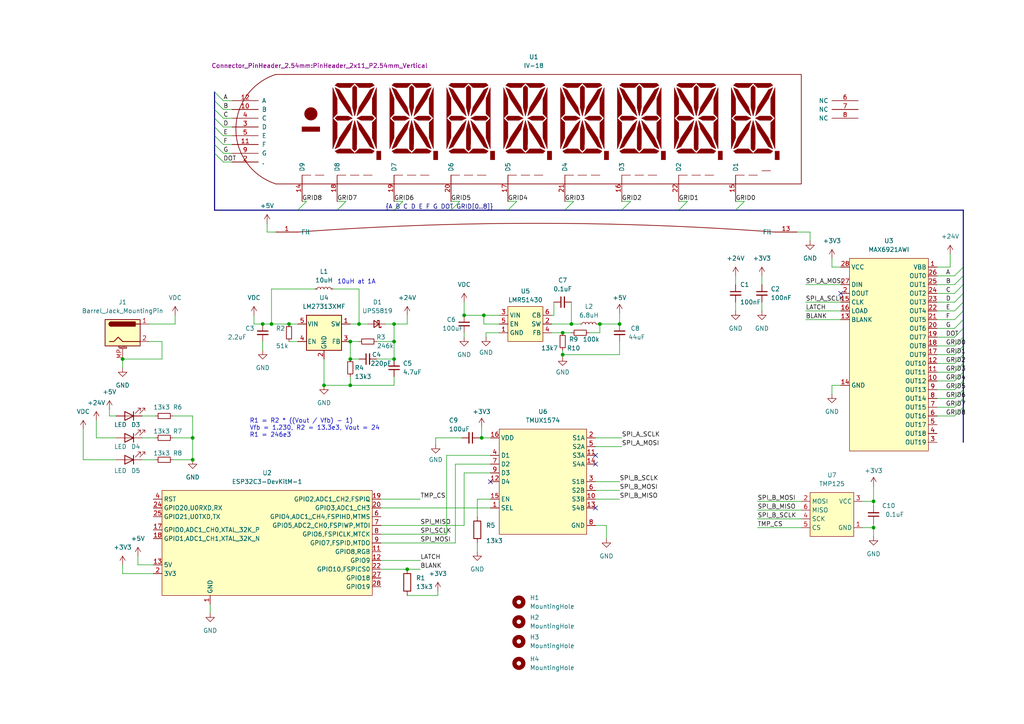
<source format=kicad_sch>
(kicad_sch (version 20230121) (generator eeschema)

  (uuid c16f0a93-7f80-4ce9-85b4-4b448ab27221)

  (paper "A4")

  

  (junction (at 163.195 102.87) (diameter 0) (color 0 0 0 0)
    (uuid 0878ce28-3ef3-44ad-917c-f7890e9281f3)
  )
  (junction (at 114.3 93.98) (diameter 0) (color 0 0 0 0)
    (uuid 113a66f4-a868-40e4-a116-f780bfe84f63)
  )
  (junction (at 163.195 96.52) (diameter 0) (color 0 0 0 0)
    (uuid 13acc6d8-4761-4caf-bb3c-84924defb321)
  )
  (junction (at 76.2 93.98) (diameter 0) (color 0 0 0 0)
    (uuid 1b1d4618-03fb-47ee-bd74-e3a807c90f7c)
  )
  (junction (at 101.6 111.76) (diameter 0) (color 0 0 0 0)
    (uuid 1cc8e3ed-2435-4320-9491-c2aea80e5cfe)
  )
  (junction (at 101.6 99.06) (diameter 0) (color 0 0 0 0)
    (uuid 24c0450d-0b05-444e-aa5b-a41e4dd1d528)
  )
  (junction (at 83.82 93.98) (diameter 0) (color 0 0 0 0)
    (uuid 45a710de-56c4-49df-a38e-a1e810f3f2b4)
  )
  (junction (at 173.99 93.98) (diameter 0) (color 0 0 0 0)
    (uuid 5256740d-d426-4a92-b987-48a013d405f8)
  )
  (junction (at 253.365 145.415) (diameter 0) (color 0 0 0 0)
    (uuid 55af817c-425b-4b10-b2fd-3f1f607939b1)
  )
  (junction (at 101.6 104.14) (diameter 0) (color 0 0 0 0)
    (uuid 5cb6a022-f082-4727-ae78-32b36fb82e69)
  )
  (junction (at 55.88 127) (diameter 0) (color 0 0 0 0)
    (uuid 67278a95-5cc6-4545-b3cd-aad38fccb70f)
  )
  (junction (at 139.7 127) (diameter 0) (color 0 0 0 0)
    (uuid 742ffd46-117a-4a09-aed4-27cf31818f7b)
  )
  (junction (at 253.365 153.035) (diameter 0) (color 0 0 0 0)
    (uuid 7cd63352-e3e1-4163-8241-f29579858ce5)
  )
  (junction (at 114.3 104.14) (diameter 0) (color 0 0 0 0)
    (uuid 97e10ba3-8485-4c9a-b768-c6efaa320018)
  )
  (junction (at 55.88 133.35) (diameter 0) (color 0 0 0 0)
    (uuid 9d5780ed-4d88-4d97-b35b-eae4c072c679)
  )
  (junction (at 35.56 104.14) (diameter 0) (color 0 0 0 0)
    (uuid a9a05012-503e-4caf-8d6d-0beaeceae9f8)
  )
  (junction (at 93.98 111.76) (diameter 0) (color 0 0 0 0)
    (uuid b1eac2db-04ed-4d20-8dd4-d9f001f9c670)
  )
  (junction (at 179.705 93.98) (diameter 0) (color 0 0 0 0)
    (uuid c0e522a4-b918-457c-936b-fc395f4da670)
  )
  (junction (at 104.14 93.98) (diameter 0) (color 0 0 0 0)
    (uuid c226235a-2bb0-46a1-97e1-6d5cd38171ae)
  )
  (junction (at 134.62 91.44) (diameter 0) (color 0 0 0 0)
    (uuid d11f5701-5846-4bc8-9fdc-29360cb5ecea)
  )
  (junction (at 165.735 93.98) (diameter 0) (color 0 0 0 0)
    (uuid dc2c9bdc-ac59-43fc-89d2-e0e86739c082)
  )
  (junction (at 78.74 93.98) (diameter 0) (color 0 0 0 0)
    (uuid edcf8b92-06f2-4cb5-bbba-fda62081db0f)
  )
  (junction (at 114.3 99.06) (diameter 0) (color 0 0 0 0)
    (uuid f541b0d6-b39f-4682-846a-0933cf4ea24d)
  )
  (junction (at 140.335 91.44) (diameter 0) (color 0 0 0 0)
    (uuid f6755005-be8c-489d-a2fa-dc4c95c03861)
  )
  (junction (at 118.11 165.1) (diameter 0) (color 0 0 0 0)
    (uuid f78eddbf-7c62-4015-86e0-bd21de2302c2)
  )

  (no_connect (at 142.24 139.7) (uuid 284f5862-3c91-4932-b237-1c2b162f2337))
  (no_connect (at 172.72 132.08) (uuid 539ac2a5-fb31-4112-a7f1-e3be35ad23cd))
  (no_connect (at 172.72 147.32) (uuid 6e21344c-87e0-410c-8933-0db5fd91d5d4))
  (no_connect (at 243.84 85.09) (uuid 9fe32c11-1414-4699-a08c-a07f1d0b5beb))
  (no_connect (at 172.72 134.62) (uuid cb657c46-1abf-4045-a166-58d24d228da9))

  (bus_entry (at 279.4 87.63) (size -2.54 2.54)
    (stroke (width 0) (type default))
    (uuid 00372c0b-efee-437b-9575-060e1f7bdf0f)
  )
  (bus_entry (at 279.4 100.33) (size -2.54 2.54)
    (stroke (width 0) (type default))
    (uuid 01cfafa6-d543-46ff-aded-41b448ae0295)
  )
  (bus_entry (at 180.34 60.96) (size 2.54 -2.54)
    (stroke (width 0) (type default))
    (uuid 060a2bd4-190c-4641-88c8-88c042008ef7)
  )
  (bus_entry (at 196.85 60.96) (size 2.54 -2.54)
    (stroke (width 0) (type default))
    (uuid 06c8a17f-e610-44cc-8863-4822798c40c1)
  )
  (bus_entry (at 279.4 113.03) (size -2.54 2.54)
    (stroke (width 0) (type default))
    (uuid 0980059e-3bd2-413f-8f92-3fd08fef249a)
  )
  (bus_entry (at 279.4 107.95) (size -2.54 2.54)
    (stroke (width 0) (type default))
    (uuid 0f7815fa-f001-4ae0-9244-de8db0e88307)
  )
  (bus_entry (at 114.3 60.96) (size 2.54 -2.54)
    (stroke (width 0) (type default))
    (uuid 1055ef60-d865-4fd9-a06d-9cdc2959c358)
  )
  (bus_entry (at 279.4 115.57) (size -2.54 2.54)
    (stroke (width 0) (type default))
    (uuid 23d75099-3989-4723-a991-eb85d6af52a7)
  )
  (bus_entry (at 62.23 39.37) (size 2.54 2.54)
    (stroke (width 0) (type default))
    (uuid 26ffd473-b182-4a45-90c1-11f44193bd2d)
  )
  (bus_entry (at 279.4 118.11) (size -2.54 2.54)
    (stroke (width 0) (type default))
    (uuid 2ea0732e-4d32-48c4-bb01-77451cb8807a)
  )
  (bus_entry (at 97.79 60.96) (size 2.54 -2.54)
    (stroke (width 0) (type default))
    (uuid 32e8a985-7068-418f-acce-db961c7471ae)
  )
  (bus_entry (at 279.4 90.17) (size -2.54 2.54)
    (stroke (width 0) (type default))
    (uuid 36c42666-294f-4b98-bfd2-8686b3c9d8c7)
  )
  (bus_entry (at 130.81 60.96) (size 2.54 -2.54)
    (stroke (width 0) (type default))
    (uuid 3ac73b35-8745-4f0d-994a-91261d223d78)
  )
  (bus_entry (at 62.23 31.75) (size 2.54 2.54)
    (stroke (width 0) (type default))
    (uuid 4c9bd855-49bb-466a-be81-96db1c4bce30)
  )
  (bus_entry (at 279.4 82.55) (size -2.54 2.54)
    (stroke (width 0) (type default))
    (uuid 56e96e95-80d5-4161-b2f7-1edb88e00971)
  )
  (bus_entry (at 213.36 60.96) (size 2.54 -2.54)
    (stroke (width 0) (type default))
    (uuid 571bf5cd-9d2d-4266-8010-9177ee3fd5af)
  )
  (bus_entry (at 62.23 34.29) (size 2.54 2.54)
    (stroke (width 0) (type default))
    (uuid 5cf897f6-0591-4231-a908-1e0c6aacc24c)
  )
  (bus_entry (at 279.4 95.25) (size -2.54 2.54)
    (stroke (width 0) (type default))
    (uuid 5e536cfc-fdc6-4ba2-b55d-1ca8857e775b)
  )
  (bus_entry (at 62.23 26.67) (size 2.54 2.54)
    (stroke (width 0) (type default))
    (uuid 624b53a1-46de-4a44-b044-3440f74d33c4)
  )
  (bus_entry (at 62.23 36.83) (size 2.54 2.54)
    (stroke (width 0) (type default))
    (uuid 9293739b-6f8f-4e1e-8892-49b596333aa7)
  )
  (bus_entry (at 279.4 102.87) (size -2.54 2.54)
    (stroke (width 0) (type default))
    (uuid 946216a1-c7cf-4398-b851-30ff43262fd8)
  )
  (bus_entry (at 62.23 41.91) (size 2.54 2.54)
    (stroke (width 0) (type default))
    (uuid 9c7d24a0-b07e-4df6-b9f3-b7d40b0c0829)
  )
  (bus_entry (at 279.4 80.01) (size -2.54 2.54)
    (stroke (width 0) (type default))
    (uuid 9eacaf0f-ab17-4af9-adc1-24260f01f9ee)
  )
  (bus_entry (at 279.4 110.49) (size -2.54 2.54)
    (stroke (width 0) (type default))
    (uuid a2d05bd8-a11e-49ed-acfe-5f25463769a6)
  )
  (bus_entry (at 279.4 77.47) (size -2.54 2.54)
    (stroke (width 0) (type default))
    (uuid adf95257-39ee-49b4-aaf7-568a517fd912)
  )
  (bus_entry (at 279.4 105.41) (size -2.54 2.54)
    (stroke (width 0) (type default))
    (uuid b0cea891-878b-4d01-b4f5-efdbd73af50f)
  )
  (bus_entry (at 86.36 60.96) (size 2.54 -2.54)
    (stroke (width 0) (type default))
    (uuid c5682ff7-f215-4b4f-b6a5-b3cc64cf1996)
  )
  (bus_entry (at 62.23 44.45) (size 2.54 2.54)
    (stroke (width 0) (type default))
    (uuid d192701b-b658-4c08-96c5-4304ca656856)
  )
  (bus_entry (at 62.23 29.21) (size 2.54 2.54)
    (stroke (width 0) (type default))
    (uuid db417492-4d4f-42e2-b6f0-bd3bb724ed21)
  )
  (bus_entry (at 279.4 85.09) (size -2.54 2.54)
    (stroke (width 0) (type default))
    (uuid e041e4e5-4e02-4127-b754-f3253cf5bc1c)
  )
  (bus_entry (at 163.83 60.96) (size 2.54 -2.54)
    (stroke (width 0) (type default))
    (uuid ea98d102-2903-4951-a403-da129271c785)
  )
  (bus_entry (at 279.4 97.79) (size -2.54 2.54)
    (stroke (width 0) (type default))
    (uuid f3b1dd46-7099-481c-944f-94a0958dbdab)
  )
  (bus_entry (at 147.32 60.96) (size 2.54 -2.54)
    (stroke (width 0) (type default))
    (uuid f4fc99ee-2380-482c-9366-ad2c5bff679a)
  )
  (bus_entry (at 279.4 92.71) (size -2.54 2.54)
    (stroke (width 0) (type default))
    (uuid f74eeea3-4517-49c3-9f33-5442cdc1bd11)
  )

  (wire (pts (xy 27.94 121.92) (xy 27.94 127))
    (stroke (width 0) (type default))
    (uuid 01c1913e-f67b-410a-8d75-196099ffffee)
  )
  (wire (pts (xy 160.655 87.63) (xy 160.655 91.44))
    (stroke (width 0) (type default))
    (uuid 035990c1-78c4-4d26-a4b4-8213696e1020)
  )
  (wire (pts (xy 233.68 90.17) (xy 243.84 90.17))
    (stroke (width 0) (type default))
    (uuid 088f3cc3-76e4-4772-91bf-44f4f0975477)
  )
  (wire (pts (xy 250.19 145.415) (xy 253.365 145.415))
    (stroke (width 0) (type default))
    (uuid 08cd4b1b-0686-4f56-98a0-c5a371834a94)
  )
  (wire (pts (xy 104.14 83.82) (xy 104.14 93.98))
    (stroke (width 0) (type default))
    (uuid 0a23e0ca-6255-41cd-a6aa-b6d78a4fb350)
  )
  (wire (pts (xy 64.77 31.75) (xy 67.31 31.75))
    (stroke (width 0) (type default))
    (uuid 0a62586f-52f2-422e-abed-ff0900e57728)
  )
  (wire (pts (xy 35.56 104.14) (xy 35.56 106.68))
    (stroke (width 0) (type default))
    (uuid 0cd78e1a-fc27-4489-b095-5eef902519cf)
  )
  (wire (pts (xy 134.62 152.4) (xy 134.62 137.16))
    (stroke (width 0) (type default))
    (uuid 0eb7b473-4963-4b07-b61a-3d9d98e6c229)
  )
  (wire (pts (xy 114.3 104.14) (xy 114.3 99.06))
    (stroke (width 0) (type default))
    (uuid 0ed2f02c-84dc-4dce-9bb3-abc9d49ff013)
  )
  (wire (pts (xy 44.45 166.37) (xy 35.56 166.37))
    (stroke (width 0) (type default))
    (uuid 15850101-8ede-4031-a335-3320aeecd99b)
  )
  (wire (pts (xy 41.275 120.65) (xy 45.085 120.65))
    (stroke (width 0) (type default))
    (uuid 15b5c50d-5d7c-44be-982e-ebc9e6b4b466)
  )
  (wire (pts (xy 271.78 110.49) (xy 276.86 110.49))
    (stroke (width 0) (type default))
    (uuid 1625294f-bda5-4281-8211-847e1ccccf1e)
  )
  (wire (pts (xy 175.895 152.4) (xy 175.895 156.21))
    (stroke (width 0) (type default))
    (uuid 18837a3b-ca24-4136-ad9e-53d1d5b5a26d)
  )
  (wire (pts (xy 27.94 127) (xy 33.655 127))
    (stroke (width 0) (type default))
    (uuid 1ea4131c-60bf-47b6-815c-124a29dae57f)
  )
  (wire (pts (xy 83.82 99.06) (xy 86.36 99.06))
    (stroke (width 0) (type default))
    (uuid 1efd40a5-9f4e-4dc1-9205-f9b293f98c4a)
  )
  (wire (pts (xy 127 171.45) (xy 127 172.72))
    (stroke (width 0) (type default))
    (uuid 1f44b0ac-213c-4f25-8519-69848d2d8516)
  )
  (wire (pts (xy 101.6 99.06) (xy 104.14 99.06))
    (stroke (width 0) (type default))
    (uuid 1f464776-f68a-4dc8-852f-029df72f4190)
  )
  (wire (pts (xy 139.7 127) (xy 142.24 127))
    (stroke (width 0) (type default))
    (uuid 201bee6d-1674-4a32-9061-6654c233e5b5)
  )
  (wire (pts (xy 76.2 99.06) (xy 76.2 101.6))
    (stroke (width 0) (type default))
    (uuid 20cee226-c1fc-49cf-a7cc-239e0af61e84)
  )
  (wire (pts (xy 55.88 120.65) (xy 55.88 127))
    (stroke (width 0) (type default))
    (uuid 225a592c-7ba8-414a-b313-a4bce920c8da)
  )
  (wire (pts (xy 179.705 99.06) (xy 179.705 102.87))
    (stroke (width 0) (type default))
    (uuid 231319ef-97ab-45c7-afb9-36e611df5fe2)
  )
  (wire (pts (xy 144.78 93.98) (xy 140.335 93.98))
    (stroke (width 0) (type default))
    (uuid 23420515-b8d4-4f36-844c-28d05f05fe86)
  )
  (wire (pts (xy 139.7 123.825) (xy 139.7 127))
    (stroke (width 0) (type default))
    (uuid 2365666b-d495-470a-a311-9e8a2172e613)
  )
  (wire (pts (xy 132.08 134.62) (xy 142.24 134.62))
    (stroke (width 0) (type default))
    (uuid 25bcaa15-4c7c-4a6c-82c5-11f17e788bdb)
  )
  (wire (pts (xy 134.62 137.16) (xy 142.24 137.16))
    (stroke (width 0) (type default))
    (uuid 261239a6-2fe0-45a7-a20f-bece32ba8dce)
  )
  (wire (pts (xy 271.78 97.79) (xy 276.86 97.79))
    (stroke (width 0) (type default))
    (uuid 2733b475-5f19-40b1-a81d-407e65c777b4)
  )
  (wire (pts (xy 213.36 87.63) (xy 213.36 90.17))
    (stroke (width 0) (type default))
    (uuid 28f6051d-05c5-46a8-86d4-dc316936c143)
  )
  (wire (pts (xy 275.59 73.66) (xy 275.59 77.47))
    (stroke (width 0) (type default))
    (uuid 2a079c5e-91cc-4f63-8b8a-c1a3a2118518)
  )
  (wire (pts (xy 114.3 109.22) (xy 114.3 111.76))
    (stroke (width 0) (type default))
    (uuid 2a5af319-f0e5-48d2-b7c8-c3976818d084)
  )
  (wire (pts (xy 163.195 96.52) (xy 165.735 96.52))
    (stroke (width 0) (type default))
    (uuid 2a651914-c237-4932-8efa-7ca124b725fe)
  )
  (wire (pts (xy 40.005 163.83) (xy 44.45 163.83))
    (stroke (width 0) (type default))
    (uuid 2b2554a2-b05f-48b3-ab72-8651e3dc2384)
  )
  (wire (pts (xy 234.95 67.31) (xy 234.95 69.85))
    (stroke (width 0) (type default))
    (uuid 2befadff-6d11-498f-a8fc-3830a5a1e400)
  )
  (wire (pts (xy 253.365 153.035) (xy 253.365 155.575))
    (stroke (width 0) (type default))
    (uuid 2c76c7fc-bd68-4522-a4ec-133877e3cbfa)
  )
  (wire (pts (xy 134.62 96.52) (xy 134.62 97.79))
    (stroke (width 0) (type default))
    (uuid 2d72f0f4-7cce-4de3-a829-1460f3ce92a0)
  )
  (wire (pts (xy 163.195 102.87) (xy 179.705 102.87))
    (stroke (width 0) (type default))
    (uuid 2f785bcc-b1e9-4651-ba15-943fe86a80c7)
  )
  (wire (pts (xy 110.49 147.32) (xy 142.24 147.32))
    (stroke (width 0) (type default))
    (uuid 311abe59-df6f-4443-a2e7-e121fd3feb59)
  )
  (bus (pts (xy 279.4 92.71) (xy 279.4 95.25))
    (stroke (width 0) (type default))
    (uuid 31a31ba4-772c-4ba4-a71c-2b6b46480b3f)
  )
  (bus (pts (xy 279.4 113.03) (xy 279.4 115.57))
    (stroke (width 0) (type default))
    (uuid 32709f2c-e934-466f-b068-2f3c3fb6013b)
  )

  (wire (pts (xy 220.98 80.01) (xy 220.98 82.55))
    (stroke (width 0) (type default))
    (uuid 32ca5e13-79a2-40d7-9b78-5f514dff34ea)
  )
  (wire (pts (xy 138.43 144.78) (xy 138.43 149.86))
    (stroke (width 0) (type default))
    (uuid 356b8a77-bb36-414e-b60f-d852c8e9ea9b)
  )
  (bus (pts (xy 279.4 110.49) (xy 279.4 113.03))
    (stroke (width 0) (type default))
    (uuid 35f36e55-de99-4838-899b-d2fa0eb499d2)
  )

  (wire (pts (xy 172.72 144.78) (xy 179.705 144.78))
    (stroke (width 0) (type default))
    (uuid 37d1c439-f985-4f60-95ab-1baf749cbdd9)
  )
  (wire (pts (xy 233.68 87.63) (xy 243.84 87.63))
    (stroke (width 0) (type default))
    (uuid 3ac7cf1f-65f6-448e-860a-627c94e23f40)
  )
  (wire (pts (xy 46.99 104.14) (xy 35.56 104.14))
    (stroke (width 0) (type default))
    (uuid 3b3d7562-c84c-4c57-a274-781256873b2c)
  )
  (wire (pts (xy 93.98 111.76) (xy 93.98 104.14))
    (stroke (width 0) (type default))
    (uuid 3c40ada0-f85d-4b04-bb54-cb7f855f38b8)
  )
  (wire (pts (xy 110.49 144.78) (xy 121.92 144.78))
    (stroke (width 0) (type default))
    (uuid 3c86a6b6-df71-4788-b365-1fd4df8413aa)
  )
  (bus (pts (xy 279.4 87.63) (xy 279.4 90.17))
    (stroke (width 0) (type default))
    (uuid 426d1971-1f03-4adb-a50f-e371e045df78)
  )
  (bus (pts (xy 62.23 36.83) (xy 62.23 39.37))
    (stroke (width 0) (type default))
    (uuid 4308898d-dc29-4b4e-b13d-9ebdc18d01c2)
  )

  (wire (pts (xy 40.005 161.29) (xy 40.005 163.83))
    (stroke (width 0) (type default))
    (uuid 44bceb18-db54-4b56-89cd-8d8bd414e1d7)
  )
  (wire (pts (xy 64.77 41.91) (xy 67.31 41.91))
    (stroke (width 0) (type default))
    (uuid 44f35cc4-6d8f-47c3-ab7b-700bb71a3052)
  )
  (wire (pts (xy 55.88 127) (xy 55.88 133.35))
    (stroke (width 0) (type default))
    (uuid 45a17f44-22a4-4be1-aa4c-54c5c8dfbc46)
  )
  (wire (pts (xy 140.97 96.52) (xy 140.97 97.79))
    (stroke (width 0) (type default))
    (uuid 49a84aee-eb55-4abd-b6fa-c615fa3cf1eb)
  )
  (bus (pts (xy 62.23 31.75) (xy 62.23 34.29))
    (stroke (width 0) (type default))
    (uuid 49ab5612-6206-4de9-bdcf-5c8665ad60f9)
  )

  (wire (pts (xy 271.78 115.57) (xy 276.86 115.57))
    (stroke (width 0) (type default))
    (uuid 4a5020b7-dbf4-4611-bbe2-4aeabc0d6239)
  )
  (wire (pts (xy 87.63 58.42) (xy 88.9 58.42))
    (stroke (width 0) (type default))
    (uuid 4ca68834-2902-4f9c-a043-bdff48d06e8e)
  )
  (bus (pts (xy 279.4 115.57) (xy 279.4 118.11))
    (stroke (width 0) (type default))
    (uuid 4ccb8d81-4c67-4705-805d-50a594aedd9c)
  )
  (bus (pts (xy 279.4 105.41) (xy 279.4 107.95))
    (stroke (width 0) (type default))
    (uuid 4e3fe92c-928c-46bc-bf7e-57ab5f04d32c)
  )

  (wire (pts (xy 129.54 154.94) (xy 129.54 132.08))
    (stroke (width 0) (type default))
    (uuid 4e97cd2f-805b-45ef-8e0a-a93416ad1e52)
  )
  (wire (pts (xy 271.78 102.87) (xy 276.86 102.87))
    (stroke (width 0) (type default))
    (uuid 4eb8fd6c-37c5-4b05-acf4-7f676cdcbe5a)
  )
  (wire (pts (xy 219.71 150.495) (xy 232.41 150.495))
    (stroke (width 0) (type default))
    (uuid 4f4bc559-0db3-48b8-8fb1-5d671b699f74)
  )
  (wire (pts (xy 64.77 29.21) (xy 67.31 29.21))
    (stroke (width 0) (type default))
    (uuid 50774eb9-42b2-4751-9aca-65199d798588)
  )
  (wire (pts (xy 220.98 87.63) (xy 220.98 90.17))
    (stroke (width 0) (type default))
    (uuid 535208d7-0d39-4828-91eb-c1926f0bb815)
  )
  (wire (pts (xy 165.735 87.63) (xy 165.735 93.98))
    (stroke (width 0) (type default))
    (uuid 5604d68b-52e3-45ed-8207-37a784accf55)
  )
  (bus (pts (xy 279.4 97.79) (xy 279.4 100.33))
    (stroke (width 0) (type default))
    (uuid 56295e7d-fb6c-4885-81cd-ac4c6924cf9f)
  )

  (wire (pts (xy 78.74 83.82) (xy 91.44 83.82))
    (stroke (width 0) (type default))
    (uuid 56eb139b-a85e-46ea-af05-4e015bb0929c)
  )
  (wire (pts (xy 219.71 153.035) (xy 232.41 153.035))
    (stroke (width 0) (type default))
    (uuid 572c7499-43ff-4221-a76a-a5b310af7f80)
  )
  (wire (pts (xy 130.81 58.42) (xy 133.35 58.42))
    (stroke (width 0) (type default))
    (uuid 5a36f583-8123-463e-a620-972564737263)
  )
  (wire (pts (xy 33.655 120.65) (xy 31.75 120.65))
    (stroke (width 0) (type default))
    (uuid 5ba741b0-59aa-4d1c-bd8d-14c6161bfee2)
  )
  (wire (pts (xy 160.655 91.44) (xy 160.02 91.44))
    (stroke (width 0) (type default))
    (uuid 5c0289c1-e1aa-467c-9f1d-4611e6987b8d)
  )
  (bus (pts (xy 279.4 118.11) (xy 279.4 128.27))
    (stroke (width 0) (type default))
    (uuid 5c80797f-13fb-42ee-a07e-2a49463cc152)
  )

  (wire (pts (xy 110.49 165.1) (xy 118.11 165.1))
    (stroke (width 0) (type default))
    (uuid 5f689149-38ef-4018-bb25-bc45e5a66a30)
  )
  (wire (pts (xy 41.275 127) (xy 45.085 127))
    (stroke (width 0) (type default))
    (uuid 5fd4fa5a-c646-4181-aec3-49d22d2118b5)
  )
  (wire (pts (xy 129.54 132.08) (xy 142.24 132.08))
    (stroke (width 0) (type default))
    (uuid 61dcd8f7-4fc4-4200-8b47-6a8e313b67b1)
  )
  (wire (pts (xy 104.14 93.98) (xy 101.6 93.98))
    (stroke (width 0) (type default))
    (uuid 64490d4d-06bd-41d9-9b63-45fdc91ddf3b)
  )
  (bus (pts (xy 279.4 95.25) (xy 279.4 97.79))
    (stroke (width 0) (type default))
    (uuid 645cf9dd-367c-43fe-9876-68b13ddaeef6)
  )

  (wire (pts (xy 271.78 107.95) (xy 276.86 107.95))
    (stroke (width 0) (type default))
    (uuid 64e0920f-85e0-432b-90ce-29b14deb7d11)
  )
  (wire (pts (xy 24.13 124.46) (xy 24.13 133.35))
    (stroke (width 0) (type default))
    (uuid 64e7a577-ecf1-4c03-a83e-d7c9c978dedb)
  )
  (bus (pts (xy 279.4 60.96) (xy 279.4 77.47))
    (stroke (width 0) (type default))
    (uuid 65985219-05e3-47a0-8a7b-b177388cc933)
  )

  (wire (pts (xy 76.2 93.98) (xy 78.74 93.98))
    (stroke (width 0) (type default))
    (uuid 65e4a600-3d13-4501-9911-7510eb34612c)
  )
  (wire (pts (xy 96.52 83.82) (xy 104.14 83.82))
    (stroke (width 0) (type default))
    (uuid 663d1cd5-f5e3-4cbb-8fee-c1e37b020559)
  )
  (wire (pts (xy 243.84 111.76) (xy 241.3 111.76))
    (stroke (width 0) (type default))
    (uuid 687c3a92-4dc3-4091-8fa0-9ffca104acdf)
  )
  (wire (pts (xy 132.08 157.48) (xy 132.08 134.62))
    (stroke (width 0) (type default))
    (uuid 6a2a2abe-f063-452a-b984-abe0051ff385)
  )
  (wire (pts (xy 139.065 127) (xy 139.7 127))
    (stroke (width 0) (type default))
    (uuid 6b37780b-42e1-49b7-88f5-48203388fa9b)
  )
  (wire (pts (xy 55.88 133.35) (xy 50.165 133.35))
    (stroke (width 0) (type default))
    (uuid 7097b059-c74f-433b-98de-c3190db69351)
  )
  (wire (pts (xy 163.195 102.87) (xy 163.195 103.505))
    (stroke (width 0) (type default))
    (uuid 7430bd23-3084-490b-8823-9ba8fa521f62)
  )
  (wire (pts (xy 118.11 172.72) (xy 127 172.72))
    (stroke (width 0) (type default))
    (uuid 7a112adb-73b2-4c71-84b7-26a01992d69a)
  )
  (bus (pts (xy 62.23 60.96) (xy 86.36 60.96))
    (stroke (width 0) (type default))
    (uuid 7ae7ab8a-4782-4bed-8b6a-9e4eb6fc5119)
  )

  (wire (pts (xy 165.735 93.98) (xy 168.275 93.98))
    (stroke (width 0) (type default))
    (uuid 7c529af1-73db-414b-86e9-d36fd7cb9aef)
  )
  (wire (pts (xy 134.62 91.44) (xy 140.335 91.44))
    (stroke (width 0) (type default))
    (uuid 7e3a2ad8-e935-497a-b66c-a5e55bf000a1)
  )
  (wire (pts (xy 241.3 74.93) (xy 241.3 77.47))
    (stroke (width 0) (type default))
    (uuid 7f85f6dc-8588-4018-9a9e-10170ea2bdd7)
  )
  (wire (pts (xy 77.47 67.31) (xy 77.47 64.77))
    (stroke (width 0) (type default))
    (uuid 81c72d73-cfd4-47b7-8b4f-7eb5dd07a44f)
  )
  (bus (pts (xy 62.23 34.29) (xy 62.23 36.83))
    (stroke (width 0) (type default))
    (uuid 81d3da48-274d-43a1-9588-bdcc471434ef)
  )

  (wire (pts (xy 101.6 109.22) (xy 101.6 111.76))
    (stroke (width 0) (type default))
    (uuid 82900116-3b67-4521-a2b5-d8e96aa7cc1c)
  )
  (wire (pts (xy 33.655 133.35) (xy 24.13 133.35))
    (stroke (width 0) (type default))
    (uuid 82d7f939-1073-4822-9def-fd37ff8c6c32)
  )
  (wire (pts (xy 250.19 153.035) (xy 253.365 153.035))
    (stroke (width 0) (type default))
    (uuid 8410dd0c-a458-4d46-9075-e6ccc2ab18b3)
  )
  (wire (pts (xy 114.3 93.98) (xy 118.11 93.98))
    (stroke (width 0) (type default))
    (uuid 8564b49c-f8f8-4ec8-a44f-1d12e482add7)
  )
  (wire (pts (xy 172.72 127) (xy 180.34 127))
    (stroke (width 0) (type default))
    (uuid 859b6c17-7ac2-46aa-85bd-c10468eef495)
  )
  (wire (pts (xy 126.365 127) (xy 126.365 128.905))
    (stroke (width 0) (type default))
    (uuid 85a97ffc-0eb5-4cec-953d-f6ea8f572ae1)
  )
  (wire (pts (xy 173.99 93.98) (xy 179.705 93.98))
    (stroke (width 0) (type default))
    (uuid 86cc132d-1320-4241-b49c-7fbef113d1f9)
  )
  (wire (pts (xy 97.79 58.42) (xy 100.33 58.42))
    (stroke (width 0) (type default))
    (uuid 8836a0c2-f7a1-4203-b342-7f9f86a68739)
  )
  (wire (pts (xy 172.72 129.54) (xy 180.34 129.54))
    (stroke (width 0) (type default))
    (uuid 89f90d2c-860f-49af-a5cd-858459596d98)
  )
  (bus (pts (xy 62.23 44.45) (xy 62.23 60.96))
    (stroke (width 0) (type default))
    (uuid 8a071c2d-97cf-4906-a5df-7e3aab497efd)
  )

  (wire (pts (xy 271.78 80.01) (xy 276.86 80.01))
    (stroke (width 0) (type default))
    (uuid 8a272875-92d3-4ad9-b037-f583749abd8c)
  )
  (bus (pts (xy 279.4 85.09) (xy 279.4 87.63))
    (stroke (width 0) (type default))
    (uuid 8a51dfe5-d429-4a13-af43-151574b34621)
  )

  (wire (pts (xy 114.3 58.42) (xy 116.84 58.42))
    (stroke (width 0) (type default))
    (uuid 8a982464-63df-4bc7-9fa3-2ca574b25b3d)
  )
  (bus (pts (xy 196.85 60.96) (xy 213.36 60.96))
    (stroke (width 0) (type default))
    (uuid 8b45b7fb-007e-496a-aaed-d489af4bafc2)
  )

  (wire (pts (xy 271.78 82.55) (xy 276.86 82.55))
    (stroke (width 0) (type default))
    (uuid 8d7829ec-4bf3-4ef9-93b2-a9080188292d)
  )
  (wire (pts (xy 142.24 144.78) (xy 138.43 144.78))
    (stroke (width 0) (type default))
    (uuid 8dfa37e5-6f56-49d7-967b-fd6a3f3b226b)
  )
  (wire (pts (xy 271.78 100.33) (xy 276.86 100.33))
    (stroke (width 0) (type default))
    (uuid 8e73a38f-3120-4892-af9e-02086512c1d0)
  )
  (wire (pts (xy 179.705 90.805) (xy 179.705 93.98))
    (stroke (width 0) (type default))
    (uuid 8f1fa06e-5c7c-40f4-9077-fbfe4a4b490d)
  )
  (wire (pts (xy 133.985 127) (xy 126.365 127))
    (stroke (width 0) (type default))
    (uuid 8fb506c0-1508-4e1a-94f8-4a38b0bb5dab)
  )
  (wire (pts (xy 111.76 93.98) (xy 114.3 93.98))
    (stroke (width 0) (type default))
    (uuid 9095eb89-ab28-4edf-99ff-caaacd8f15e5)
  )
  (wire (pts (xy 271.78 105.41) (xy 276.86 105.41))
    (stroke (width 0) (type default))
    (uuid 90d1a982-3a23-4f56-9d79-589f1a677c47)
  )
  (bus (pts (xy 97.79 60.96) (xy 114.3 60.96))
    (stroke (width 0) (type default))
    (uuid 92c645e5-6ead-4a49-9555-4090f9e0675e)
  )

  (wire (pts (xy 170.815 96.52) (xy 173.99 96.52))
    (stroke (width 0) (type default))
    (uuid 93297427-1f50-419c-b02b-8044881b22a7)
  )
  (wire (pts (xy 271.78 95.25) (xy 276.86 95.25))
    (stroke (width 0) (type default))
    (uuid 9330ce6a-3a35-49b6-ae34-a6ef8150ee54)
  )
  (wire (pts (xy 180.34 58.42) (xy 182.88 58.42))
    (stroke (width 0) (type default))
    (uuid 93e1c713-b9c0-4d3b-93e1-4258e0dd3de0)
  )
  (wire (pts (xy 233.68 82.55) (xy 243.84 82.55))
    (stroke (width 0) (type default))
    (uuid 9436b30c-889c-49ae-ab9f-8865c42ec727)
  )
  (wire (pts (xy 101.6 111.76) (xy 93.98 111.76))
    (stroke (width 0) (type default))
    (uuid 952e4cd3-83b7-478d-bea1-67b09877bb9c)
  )
  (wire (pts (xy 64.77 39.37) (xy 67.31 39.37))
    (stroke (width 0) (type default))
    (uuid 95df1fe0-c5d8-4531-af66-afd843ccc6d3)
  )
  (wire (pts (xy 134.62 87.63) (xy 134.62 91.44))
    (stroke (width 0) (type default))
    (uuid 95e155c9-e465-46ef-941a-bfc156993235)
  )
  (wire (pts (xy 243.84 77.47) (xy 241.3 77.47))
    (stroke (width 0) (type default))
    (uuid 96a316ec-8ed8-4596-bc13-302fcf3daf04)
  )
  (wire (pts (xy 163.195 101.6) (xy 163.195 102.87))
    (stroke (width 0) (type default))
    (uuid 96dadaf2-d184-455e-9b6f-6a3a7217e1a1)
  )
  (bus (pts (xy 279.4 107.95) (xy 279.4 110.49))
    (stroke (width 0) (type default))
    (uuid 97d75a0d-3618-4a7f-824d-724d200f05ff)
  )

  (wire (pts (xy 110.49 157.48) (xy 132.08 157.48))
    (stroke (width 0) (type default))
    (uuid 97f6e6c7-2c14-4a93-a409-0b1b193eba8d)
  )
  (wire (pts (xy 50.165 120.65) (xy 55.88 120.65))
    (stroke (width 0) (type default))
    (uuid 98aec704-8fa8-46ab-ad0b-227cfc47ddfa)
  )
  (wire (pts (xy 60.96 175.26) (xy 60.96 177.8))
    (stroke (width 0) (type default))
    (uuid 9a5d2022-dd7d-4d3d-9f2a-0e87ecad584e)
  )
  (bus (pts (xy 279.4 90.17) (xy 279.4 92.71))
    (stroke (width 0) (type default))
    (uuid 9b62008f-5da8-48c2-9140-b31ee8016f2c)
  )
  (bus (pts (xy 180.34 60.96) (xy 196.85 60.96))
    (stroke (width 0) (type default))
    (uuid 9da904e2-19ab-451b-a553-e349443dd1bc)
  )

  (wire (pts (xy 31.75 118.745) (xy 31.75 120.65))
    (stroke (width 0) (type default))
    (uuid 9dde9256-108d-4a96-9407-475958211acc)
  )
  (wire (pts (xy 109.22 104.14) (xy 114.3 104.14))
    (stroke (width 0) (type default))
    (uuid 9e94711c-b0e2-44c5-8934-66f9a052bc95)
  )
  (bus (pts (xy 279.4 80.01) (xy 279.4 82.55))
    (stroke (width 0) (type default))
    (uuid a0547af7-1af0-4530-b4ec-1c1d77952a9a)
  )
  (bus (pts (xy 62.23 39.37) (xy 62.23 41.91))
    (stroke (width 0) (type default))
    (uuid a0c14766-2f9c-4f6b-9583-e0978ec8b49f)
  )

  (wire (pts (xy 73.66 91.44) (xy 73.66 93.98))
    (stroke (width 0) (type default))
    (uuid a269dcdd-b7df-4740-8619-d3bf6b2702a8)
  )
  (bus (pts (xy 62.23 26.67) (xy 62.23 29.21))
    (stroke (width 0) (type default))
    (uuid a432cbb9-3e19-4c6d-b472-e7e2b9419b9d)
  )

  (wire (pts (xy 144.78 96.52) (xy 140.97 96.52))
    (stroke (width 0) (type default))
    (uuid a488d064-9eaa-41ef-a6e3-933dbbe8426f)
  )
  (wire (pts (xy 219.71 145.415) (xy 232.41 145.415))
    (stroke (width 0) (type default))
    (uuid a891f6ad-398e-4c52-aa62-072b6dca18ac)
  )
  (wire (pts (xy 160.02 93.98) (xy 165.735 93.98))
    (stroke (width 0) (type default))
    (uuid a9172604-544c-4626-8bf9-f861b926bbbe)
  )
  (wire (pts (xy 271.78 92.71) (xy 276.86 92.71))
    (stroke (width 0) (type default))
    (uuid ab314411-7c47-437b-8d36-a08e09986fe9)
  )
  (wire (pts (xy 196.85 58.42) (xy 199.39 58.42))
    (stroke (width 0) (type default))
    (uuid aba5f593-e09b-4289-b1e4-9e7c3730ece5)
  )
  (wire (pts (xy 140.335 91.44) (xy 144.78 91.44))
    (stroke (width 0) (type default))
    (uuid ac0c4ae2-3927-4f7a-82dc-e41a9e69f281)
  )
  (wire (pts (xy 118.11 165.1) (xy 121.92 165.1))
    (stroke (width 0) (type default))
    (uuid ad39142c-e880-4ef0-889f-d6c8fe314fa9)
  )
  (wire (pts (xy 241.3 111.76) (xy 241.3 114.3))
    (stroke (width 0) (type default))
    (uuid ae35ccd8-18da-4694-9e6c-a63b009a6bf3)
  )
  (wire (pts (xy 271.78 113.03) (xy 276.86 113.03))
    (stroke (width 0) (type default))
    (uuid af92b00f-9706-456f-8267-5552f9515542)
  )
  (wire (pts (xy 253.365 140.97) (xy 253.365 145.415))
    (stroke (width 0) (type default))
    (uuid b053bca7-34de-4140-970b-55044b064ecc)
  )
  (wire (pts (xy 172.72 139.7) (xy 179.705 139.7))
    (stroke (width 0) (type default))
    (uuid b0594bd5-63da-49be-93c1-4580bf79991d)
  )
  (wire (pts (xy 172.72 142.24) (xy 179.705 142.24))
    (stroke (width 0) (type default))
    (uuid b182348a-9895-4b47-8f4b-ee6481c2f5eb)
  )
  (wire (pts (xy 271.78 85.09) (xy 276.86 85.09))
    (stroke (width 0) (type default))
    (uuid b1b6c6f4-2e81-40d3-b00c-d0a32160f93a)
  )
  (wire (pts (xy 104.14 93.98) (xy 106.68 93.98))
    (stroke (width 0) (type default))
    (uuid b28ba307-ac0d-479a-b540-bf38764b4a12)
  )
  (bus (pts (xy 279.4 82.55) (xy 279.4 85.09))
    (stroke (width 0) (type default))
    (uuid b2c7bcfe-8f99-4be7-87cd-181e1cbd044f)
  )
  (bus (pts (xy 279.4 77.47) (xy 279.4 80.01))
    (stroke (width 0) (type default))
    (uuid b6fd8a02-c8e6-46d3-a83e-e2486f37e2da)
  )

  (wire (pts (xy 172.72 152.4) (xy 175.895 152.4))
    (stroke (width 0) (type default))
    (uuid b7459250-885a-4e59-b344-4764e8442d95)
  )
  (wire (pts (xy 80.01 67.31) (xy 77.47 67.31))
    (stroke (width 0) (type default))
    (uuid b802f345-6258-4212-a331-982888f6082d)
  )
  (bus (pts (xy 114.3 60.96) (xy 130.81 60.96))
    (stroke (width 0) (type default))
    (uuid b80d7291-c66f-4242-a876-cf2799911e38)
  )

  (wire (pts (xy 101.6 104.14) (xy 104.14 104.14))
    (stroke (width 0) (type default))
    (uuid b8232576-2a9e-4777-8a57-0755429402c6)
  )
  (wire (pts (xy 233.68 92.71) (xy 243.84 92.71))
    (stroke (width 0) (type default))
    (uuid ba238ff3-32f4-4660-8718-39de78fc5fff)
  )
  (wire (pts (xy 114.3 93.98) (xy 114.3 99.06))
    (stroke (width 0) (type default))
    (uuid ba2e22a3-3782-4b4a-b3d1-22fd7343868e)
  )
  (wire (pts (xy 173.355 93.98) (xy 173.99 93.98))
    (stroke (width 0) (type default))
    (uuid ba81ce3e-2011-49aa-a302-4c67a1f0fb05)
  )
  (bus (pts (xy 163.83 60.96) (xy 180.34 60.96))
    (stroke (width 0) (type default))
    (uuid bc3dcf14-ef46-411f-9216-51200bb0a686)
  )

  (wire (pts (xy 163.83 58.42) (xy 166.37 58.42))
    (stroke (width 0) (type default))
    (uuid bd56442c-324a-470f-a9af-60e682961104)
  )
  (wire (pts (xy 271.78 77.47) (xy 275.59 77.47))
    (stroke (width 0) (type default))
    (uuid be8beffd-4e60-4596-a31d-2b985d27ae3c)
  )
  (bus (pts (xy 147.32 60.96) (xy 163.83 60.96))
    (stroke (width 0) (type default))
    (uuid beb7fc9a-ccd3-442c-abde-c0c089efb4d1)
  )

  (wire (pts (xy 83.82 93.98) (xy 86.36 93.98))
    (stroke (width 0) (type default))
    (uuid c06edb74-f0f8-4b67-a288-066a2c6176d9)
  )
  (wire (pts (xy 41.275 133.35) (xy 45.085 133.35))
    (stroke (width 0) (type default))
    (uuid c0d74847-2afd-4654-b152-681ccee79bfe)
  )
  (wire (pts (xy 76.2 93.98) (xy 73.66 93.98))
    (stroke (width 0) (type default))
    (uuid c1a3bfc6-2e42-4265-b8fc-886d4e885581)
  )
  (wire (pts (xy 271.78 87.63) (xy 276.86 87.63))
    (stroke (width 0) (type default))
    (uuid c2065dc5-85a8-4c4e-9dc2-9249d60399ce)
  )
  (wire (pts (xy 140.335 93.98) (xy 140.335 91.44))
    (stroke (width 0) (type default))
    (uuid c295472a-7c4f-45b8-8963-ea63ae75d15f)
  )
  (wire (pts (xy 110.49 154.94) (xy 129.54 154.94))
    (stroke (width 0) (type default))
    (uuid c2c2c027-524c-489e-b727-766d1dc2277a)
  )
  (wire (pts (xy 110.49 162.56) (xy 121.92 162.56))
    (stroke (width 0) (type default))
    (uuid c5ddbff7-b754-4ea5-84df-57377a1342d8)
  )
  (wire (pts (xy 118.11 91.44) (xy 118.11 93.98))
    (stroke (width 0) (type default))
    (uuid c5f483f9-e6b6-485e-998e-23414ea929e1)
  )
  (wire (pts (xy 253.365 145.415) (xy 253.365 146.685))
    (stroke (width 0) (type default))
    (uuid c8700a34-f2e8-46aa-bcfe-2d3096559470)
  )
  (wire (pts (xy 271.78 120.65) (xy 276.86 120.65))
    (stroke (width 0) (type default))
    (uuid caf0de89-6372-44ec-8eb1-39a5ad56bb28)
  )
  (wire (pts (xy 114.3 111.76) (xy 101.6 111.76))
    (stroke (width 0) (type default))
    (uuid cd0153d7-9655-4ad6-8190-72ac26a2f9eb)
  )
  (wire (pts (xy 101.6 99.06) (xy 101.6 104.14))
    (stroke (width 0) (type default))
    (uuid cd81d0cc-9c82-4c7e-abba-803d479cd4dd)
  )
  (wire (pts (xy 35.56 163.83) (xy 35.56 166.37))
    (stroke (width 0) (type default))
    (uuid ce80fd45-5ba3-4142-bbb4-0e963fbe84e5)
  )
  (bus (pts (xy 62.23 41.91) (xy 62.23 44.45))
    (stroke (width 0) (type default))
    (uuid cef47a8c-6249-497b-96ae-0a3d56006bff)
  )

  (wire (pts (xy 64.77 34.29) (xy 67.31 34.29))
    (stroke (width 0) (type default))
    (uuid d17447cd-1b0b-44d3-8dad-6ed8e8170313)
  )
  (wire (pts (xy 78.74 93.98) (xy 83.82 93.98))
    (stroke (width 0) (type default))
    (uuid d23b88aa-af01-45c7-9576-64841fb00458)
  )
  (wire (pts (xy 219.71 147.955) (xy 232.41 147.955))
    (stroke (width 0) (type default))
    (uuid d3007a2c-f6a9-4987-85e3-76d9cb5f6a41)
  )
  (wire (pts (xy 271.78 90.17) (xy 276.86 90.17))
    (stroke (width 0) (type default))
    (uuid d35ee9a5-1cf5-44a0-ba44-dadddfbb8893)
  )
  (wire (pts (xy 231.14 67.31) (xy 234.95 67.31))
    (stroke (width 0) (type default))
    (uuid d411c6d1-d16e-40cf-903c-fa6fc4b18df6)
  )
  (bus (pts (xy 279.4 102.87) (xy 279.4 105.41))
    (stroke (width 0) (type default))
    (uuid d43c3279-80f8-4d6a-92d6-0932a583f95e)
  )

  (wire (pts (xy 173.99 93.98) (xy 173.99 96.52))
    (stroke (width 0) (type default))
    (uuid d8170f9c-fd81-4302-8486-a98accb6c117)
  )
  (bus (pts (xy 213.36 60.96) (xy 279.4 60.96))
    (stroke (width 0) (type default))
    (uuid df0f119d-1ce8-4e48-89ba-057e9d271fa1)
  )

  (wire (pts (xy 50.165 127) (xy 55.88 127))
    (stroke (width 0) (type default))
    (uuid e138ddce-c1b3-4e44-b472-3f3a9b90493e)
  )
  (wire (pts (xy 43.18 99.06) (xy 46.99 99.06))
    (stroke (width 0) (type default))
    (uuid e17514c4-57d0-4dd3-85d5-1816d802b1d5)
  )
  (wire (pts (xy 160.02 96.52) (xy 163.195 96.52))
    (stroke (width 0) (type default))
    (uuid e21b5ac9-6bdf-487f-8bf5-88d7bd192fee)
  )
  (bus (pts (xy 62.23 29.21) (xy 62.23 31.75))
    (stroke (width 0) (type default))
    (uuid e349d7af-d62b-412d-91cd-2bea2d6ff906)
  )
  (bus (pts (xy 279.4 100.33) (xy 279.4 102.87))
    (stroke (width 0) (type default))
    (uuid e3e01caa-7f73-49a0-bf88-c640725e2170)
  )

  (wire (pts (xy 213.36 80.01) (xy 213.36 82.55))
    (stroke (width 0) (type default))
    (uuid e5b530ef-d89d-4416-b954-44ed8734cd7e)
  )
  (wire (pts (xy 64.77 36.83) (xy 67.31 36.83))
    (stroke (width 0) (type default))
    (uuid e9788a1f-5adb-4f61-a4c8-a41ab4e5e607)
  )
  (wire (pts (xy 50.8 91.44) (xy 50.8 93.98))
    (stroke (width 0) (type default))
    (uuid ea6befd7-bbd2-494a-b269-b3bcb500e0ef)
  )
  (wire (pts (xy 213.36 58.42) (xy 215.9 58.42))
    (stroke (width 0) (type default))
    (uuid eac97179-2285-4024-a94b-5bd1d37127e3)
  )
  (wire (pts (xy 64.77 46.99) (xy 67.31 46.99))
    (stroke (width 0) (type default))
    (uuid eb409d9e-4704-4788-96e1-1844052549f4)
  )
  (bus (pts (xy 86.36 60.96) (xy 97.79 60.96))
    (stroke (width 0) (type default))
    (uuid f10af434-d559-4efa-a223-c8906b3ecd66)
  )

  (wire (pts (xy 64.77 44.45) (xy 67.31 44.45))
    (stroke (width 0) (type default))
    (uuid f1ede619-f6fc-446a-bb56-fac654d035c1)
  )
  (wire (pts (xy 109.22 99.06) (xy 114.3 99.06))
    (stroke (width 0) (type default))
    (uuid f2beab9c-ba3f-45a3-aa33-53303ac62a90)
  )
  (wire (pts (xy 147.32 58.42) (xy 149.86 58.42))
    (stroke (width 0) (type default))
    (uuid f4affe5f-5a66-467a-b764-b11604c39908)
  )
  (wire (pts (xy 138.43 157.48) (xy 138.43 160.02))
    (stroke (width 0) (type default))
    (uuid f5283333-4607-4e43-b573-0d9fbf10fb0d)
  )
  (wire (pts (xy 110.49 152.4) (xy 134.62 152.4))
    (stroke (width 0) (type default))
    (uuid f5ac2b91-98b8-402b-98d5-cc128474f76e)
  )
  (wire (pts (xy 43.18 93.98) (xy 50.8 93.98))
    (stroke (width 0) (type default))
    (uuid f6a3a20c-143d-4b82-911f-654ef3cac8ee)
  )
  (wire (pts (xy 253.365 151.765) (xy 253.365 153.035))
    (stroke (width 0) (type default))
    (uuid f6cc291d-dbd3-4172-bd88-47dd09da8c73)
  )
  (wire (pts (xy 78.74 93.98) (xy 78.74 83.82))
    (stroke (width 0) (type default))
    (uuid f6d43f45-a6ca-4d7f-b5e7-7e2ed7416ba5)
  )
  (wire (pts (xy 271.78 118.11) (xy 276.86 118.11))
    (stroke (width 0) (type default))
    (uuid f868cc05-de4d-4da7-baf4-2d15eaddd548)
  )
  (bus (pts (xy 130.81 60.96) (xy 147.32 60.96))
    (stroke (width 0) (type default))
    (uuid f92aca45-fe82-495c-bb2f-2afe7b8693aa)
  )

  (wire (pts (xy 46.99 99.06) (xy 46.99 104.14))
    (stroke (width 0) (type default))
    (uuid fdb7b22f-e6fd-4816-b942-2216c1a4ab87)
  )

  (text "10uH at 1A" (at 97.79 82.55 0)
    (effects (font (size 1.27 1.27)) (justify left bottom))
    (uuid 38abd0f4-657a-4313-9361-a8074810745e)
  )
  (text "R1 = R2 * ((Vout / Vfb) - 1)\nVfb = 1.230, R2 = 13.3e3, Vout = 24\nR1 = 246e3\n"
    (at 72.39 127 0)
    (effects (font (size 1.27 1.27)) (justify left bottom))
    (uuid e2051185-8244-4463-a5f7-faa07622d354)
  )

  (label "SPI_MISO" (at 121.92 152.4 0) (fields_autoplaced)
    (effects (font (size 1.27 1.27)) (justify left bottom))
    (uuid 021007ae-2aba-4504-9b5a-acb922a183cb)
  )
  (label "G" (at 64.77 44.45 0) (fields_autoplaced)
    (effects (font (size 1.27 1.27)) (justify left bottom))
    (uuid 032dea3a-365a-44ef-b819-94b55adf595e)
  )
  (label "GRID2" (at 274.32 105.41 0) (fields_autoplaced)
    (effects (font (size 1.27 1.27)) (justify left bottom))
    (uuid 0d7b3669-73ba-46de-8be2-82ec00554d66)
  )
  (label "SPI_B_MOSI" (at 179.705 142.24 0) (fields_autoplaced)
    (effects (font (size 1.27 1.27)) (justify left bottom))
    (uuid 0fa69eb4-227e-4c23-9bab-11246039da7d)
  )
  (label "SPI_A_MOSI" (at 233.68 82.55 0) (fields_autoplaced)
    (effects (font (size 1.27 1.27)) (justify left bottom))
    (uuid 11b55b48-0153-4e42-b683-58b905ec3aee)
  )
  (label "D" (at 64.77 36.83 0) (fields_autoplaced)
    (effects (font (size 1.27 1.27)) (justify left bottom))
    (uuid 18125dbd-6153-4a75-8c90-0634ea6dd1e3)
  )
  (label "GRID0" (at 213.36 58.42 0) (fields_autoplaced)
    (effects (font (size 1.27 1.27)) (justify left bottom))
    (uuid 1a0ceb6e-665b-4905-9e63-c552322d357a)
  )
  (label "F" (at 64.77 41.91 0) (fields_autoplaced)
    (effects (font (size 1.27 1.27)) (justify left bottom))
    (uuid 1a409c3d-0743-4332-9c18-5328ba7ca159)
  )
  (label "B" (at 64.77 31.75 0) (fields_autoplaced)
    (effects (font (size 1.27 1.27)) (justify left bottom))
    (uuid 1ba9e139-e4fa-4cf5-bed5-93f98bf7535c)
  )
  (label "SPI_A_MOSI" (at 180.34 129.54 0) (fields_autoplaced)
    (effects (font (size 1.27 1.27)) (justify left bottom))
    (uuid 1ea733d0-75c6-45f5-8ddf-7ab0d5d6bb7e)
  )
  (label "F" (at 274.32 92.71 0) (fields_autoplaced)
    (effects (font (size 1.27 1.27)) (justify left bottom))
    (uuid 21a9720b-67d1-47cd-bcb7-1d3be34c2d31)
  )
  (label "BLANK" (at 121.92 165.1 0) (fields_autoplaced)
    (effects (font (size 1.27 1.27)) (justify left bottom))
    (uuid 28847a03-1843-4446-acb9-b9e56a255bb4)
  )
  (label "GRID6" (at 114.3 58.42 0) (fields_autoplaced)
    (effects (font (size 1.27 1.27)) (justify left bottom))
    (uuid 2a2dd15e-c255-433e-b93f-55e2189d120d)
  )
  (label "G" (at 274.32 95.25 0) (fields_autoplaced)
    (effects (font (size 1.27 1.27)) (justify left bottom))
    (uuid 2e8e7154-0c6d-4641-8ae3-baf380ae41f3)
  )
  (label "E" (at 64.77 39.37 0) (fields_autoplaced)
    (effects (font (size 1.27 1.27)) (justify left bottom))
    (uuid 2fdd73e9-6e34-4971-aff1-1c062ce262a9)
  )
  (label "GRID5" (at 130.81 58.42 0) (fields_autoplaced)
    (effects (font (size 1.27 1.27)) (justify left bottom))
    (uuid 3f18fe9f-fd73-4dc4-8599-8600f478a04c)
  )
  (label "SPI_B_MISO" (at 219.71 147.955 0) (fields_autoplaced)
    (effects (font (size 1.27 1.27)) (justify left bottom))
    (uuid 416dc355-b268-4a19-925e-7b3172737876)
  )
  (label "{A B C D E F G DOT GRID[0..8]}" (at 111.76 60.96 0) (fields_autoplaced)
    (effects (font (size 1.27 1.27)) (justify left bottom))
    (uuid 5282dd95-b550-4ff7-bdf9-b26859182f20)
  )
  (label "SPI_B_SCLK" (at 219.71 150.495 0) (fields_autoplaced)
    (effects (font (size 1.27 1.27)) (justify left bottom))
    (uuid 554b7ba5-aabd-4a11-84dc-9c42363ab132)
  )
  (label "B" (at 274.32 82.55 0) (fields_autoplaced)
    (effects (font (size 1.27 1.27)) (justify left bottom))
    (uuid 5a3aec38-ecee-4933-9db4-1097f05e14cf)
  )
  (label "SPI_B_SCLK" (at 179.705 139.7 0) (fields_autoplaced)
    (effects (font (size 1.27 1.27)) (justify left bottom))
    (uuid 71a448d8-dba4-4936-832f-9546b74b620b)
  )
  (label "C" (at 64.77 34.29 0) (fields_autoplaced)
    (effects (font (size 1.27 1.27)) (justify left bottom))
    (uuid 71b6ef71-c015-4942-be57-4407e0ddf9f4)
  )
  (label "TMP_CS" (at 219.71 153.035 0) (fields_autoplaced)
    (effects (font (size 1.27 1.27)) (justify left bottom))
    (uuid 71d893b0-6420-483d-82cb-8c519fd39ce6)
  )
  (label "DOT" (at 64.77 46.99 0) (fields_autoplaced)
    (effects (font (size 1.27 1.27)) (justify left bottom))
    (uuid 7960c084-42ad-42c2-b5f9-13ed4e1f2a80)
  )
  (label "GRID6" (at 274.32 115.57 0) (fields_autoplaced)
    (effects (font (size 1.27 1.27)) (justify left bottom))
    (uuid 7f377b79-3d65-4ee5-b96d-e8380201814b)
  )
  (label "SPI_MOSI" (at 121.92 157.48 0) (fields_autoplaced)
    (effects (font (size 1.27 1.27)) (justify left bottom))
    (uuid 8022afb5-04ce-420b-88bb-1cc8b51fc5c8)
  )
  (label "GRID4" (at 147.32 58.42 0) (fields_autoplaced)
    (effects (font (size 1.27 1.27)) (justify left bottom))
    (uuid 863f8298-8361-4fb7-9aa5-191e81f45f13)
  )
  (label "C" (at 274.32 85.09 0) (fields_autoplaced)
    (effects (font (size 1.27 1.27)) (justify left bottom))
    (uuid 8e8e27f0-8974-418e-888b-7fe471c239ae)
  )
  (label "GRID7" (at 274.32 118.11 0) (fields_autoplaced)
    (effects (font (size 1.27 1.27)) (justify left bottom))
    (uuid 9214c962-cc18-401b-8465-767c6da5b070)
  )
  (label "GRID2" (at 180.34 58.42 0) (fields_autoplaced)
    (effects (font (size 1.27 1.27)) (justify left bottom))
    (uuid 95cf1b99-4e8e-4abe-8b43-da6ba87bb5b0)
  )
  (label "SPI_B_MOSI" (at 219.71 145.415 0) (fields_autoplaced)
    (effects (font (size 1.27 1.27)) (justify left bottom))
    (uuid 96844ac8-8ed7-4694-8e1e-cb63c79b5c19)
  )
  (label "GRID0" (at 274.32 100.33 0) (fields_autoplaced)
    (effects (font (size 1.27 1.27)) (justify left bottom))
    (uuid 9715616c-8670-48c2-8e10-a82db28e73f9)
  )
  (label "GRID7" (at 97.79 58.42 0) (fields_autoplaced)
    (effects (font (size 1.27 1.27)) (justify left bottom))
    (uuid 9c6ab659-df01-4ec5-8665-09232802c105)
  )
  (label "SPI_SCLK" (at 121.92 154.94 0) (fields_autoplaced)
    (effects (font (size 1.27 1.27)) (justify left bottom))
    (uuid 9c98a1a8-352c-4a0e-814a-805afc239062)
  )
  (label "GRID3" (at 274.32 107.95 0) (fields_autoplaced)
    (effects (font (size 1.27 1.27)) (justify left bottom))
    (uuid abb0fb2f-63bd-4c3d-83aa-c0667648b057)
  )
  (label "SPI_A_SCLK" (at 233.68 87.63 0) (fields_autoplaced)
    (effects (font (size 1.27 1.27)) (justify left bottom))
    (uuid b0e1088b-e07f-44e6-a210-f0dcb6be46ca)
  )
  (label "DOT" (at 274.32 97.79 0) (fields_autoplaced)
    (effects (font (size 1.27 1.27)) (justify left bottom))
    (uuid c799eaf1-78e8-4651-a3f5-2d9a092d65cc)
  )
  (label "GRID3" (at 163.83 58.42 0) (fields_autoplaced)
    (effects (font (size 1.27 1.27)) (justify left bottom))
    (uuid cc26ddee-d32b-4f20-8575-37db4feb193d)
  )
  (label "SPI_B_MISO" (at 179.705 144.78 0) (fields_autoplaced)
    (effects (font (size 1.27 1.27)) (justify left bottom))
    (uuid d13c26f0-a938-41c5-b840-1da43f67ef5c)
  )
  (label "E" (at 274.32 90.17 0) (fields_autoplaced)
    (effects (font (size 1.27 1.27)) (justify left bottom))
    (uuid d4a4a724-e41d-42cb-8c79-8b88dc881d41)
  )
  (label "A" (at 274.32 80.01 0) (fields_autoplaced)
    (effects (font (size 1.27 1.27)) (justify left bottom))
    (uuid d950405a-f055-42d2-9a49-f4ef3b2513c5)
  )
  (label "LATCH" (at 121.92 162.56 0) (fields_autoplaced)
    (effects (font (size 1.27 1.27)) (justify left bottom))
    (uuid e2ba3bef-4a15-4fd1-96ac-5aafe1dcfdac)
  )
  (label "A" (at 64.77 29.21 0) (fields_autoplaced)
    (effects (font (size 1.27 1.27)) (justify left bottom))
    (uuid e564414c-54e5-47ec-b8a0-a4bc2c3932b8)
  )
  (label "TMP_CS" (at 121.92 144.78 0) (fields_autoplaced)
    (effects (font (size 1.27 1.27)) (justify left bottom))
    (uuid ead5aa37-9f23-4953-8843-d0f262a436e6)
  )
  (label "LATCH" (at 233.68 90.17 0) (fields_autoplaced)
    (effects (font (size 1.27 1.27)) (justify left bottom))
    (uuid efb21d75-fa22-4c08-abda-31b462456b41)
  )
  (label "GRID1" (at 274.32 102.87 0) (fields_autoplaced)
    (effects (font (size 1.27 1.27)) (justify left bottom))
    (uuid f0098d1f-6573-4b9a-b6ce-9b4cea9f8363)
  )
  (label "GRID4" (at 274.32 110.49 0) (fields_autoplaced)
    (effects (font (size 1.27 1.27)) (justify left bottom))
    (uuid f19ebe4f-11c9-4c62-ba41-eaeca5132de0)
  )
  (label "GRID8" (at 274.32 120.65 0) (fields_autoplaced)
    (effects (font (size 1.27 1.27)) (justify left bottom))
    (uuid f38eedc1-cbd9-4313-a532-543d63dd64e6)
  )
  (label "BLANK" (at 233.68 92.71 0) (fields_autoplaced)
    (effects (font (size 1.27 1.27)) (justify left bottom))
    (uuid f40dd645-16ae-453f-9264-860cb0900fbc)
  )
  (label "GRID1" (at 196.85 58.42 0) (fields_autoplaced)
    (effects (font (size 1.27 1.27)) (justify left bottom))
    (uuid f9af1cea-1285-44c5-b65f-dc2c00c2739b)
  )
  (label "GRID5" (at 274.32 113.03 0) (fields_autoplaced)
    (effects (font (size 1.27 1.27)) (justify left bottom))
    (uuid faf6e497-e3d0-4754-bce5-71a5874aaf68)
  )
  (label "GRID8" (at 87.63 58.42 0) (fields_autoplaced)
    (effects (font (size 1.27 1.27)) (justify left bottom))
    (uuid fb681c4a-3cba-4ad2-a803-3a86f4f10858)
  )
  (label "SPI_A_SCLK" (at 180.34 127 0) (fields_autoplaced)
    (effects (font (size 1.27 1.27)) (justify left bottom))
    (uuid fb83cc17-1931-4cfb-8b20-bad5464b68ca)
  )
  (label "D" (at 274.32 87.63 0) (fields_autoplaced)
    (effects (font (size 1.27 1.27)) (justify left bottom))
    (uuid fc20261f-7612-41ed-b71a-059d53adf2e0)
  )

  (symbol (lib_id "power:+24V") (at 275.59 73.66 0) (unit 1)
    (in_bom yes) (on_board yes) (dnp no) (fields_autoplaced)
    (uuid 0bf26ee4-38a8-4674-8568-a1c3cfbba188)
    (property "Reference" "#PWR06" (at 275.59 77.47 0)
      (effects (font (size 1.27 1.27)) hide)
    )
    (property "Value" "+24V" (at 275.59 68.58 0)
      (effects (font (size 1.27 1.27)))
    )
    (property "Footprint" "" (at 275.59 73.66 0)
      (effects (font (size 1.27 1.27)) hide)
    )
    (property "Datasheet" "" (at 275.59 73.66 0)
      (effects (font (size 1.27 1.27)) hide)
    )
    (pin "1" (uuid a69ad407-956f-4554-a55b-239e6da40ed0))
    (instances
      (project "vfd-esp-clock"
        (path "/c16f0a93-7f80-4ce9-85b4-4b448ab27221"
          (reference "#PWR06") (unit 1)
        )
      )
    )
  )

  (symbol (lib_id "power:GND") (at 55.88 133.35 0) (unit 1)
    (in_bom yes) (on_board yes) (dnp no) (fields_autoplaced)
    (uuid 0cba3efb-48bb-4931-be67-6f6e528cf1c8)
    (property "Reference" "#PWR030" (at 55.88 139.7 0)
      (effects (font (size 1.27 1.27)) hide)
    )
    (property "Value" "GND" (at 55.88 138.43 0)
      (effects (font (size 1.27 1.27)))
    )
    (property "Footprint" "" (at 55.88 133.35 0)
      (effects (font (size 1.27 1.27)) hide)
    )
    (property "Datasheet" "" (at 55.88 133.35 0)
      (effects (font (size 1.27 1.27)) hide)
    )
    (pin "1" (uuid c03830dd-d4a0-4b85-a47e-92ef96e2e642))
    (instances
      (project "vfd-esp-clock"
        (path "/c16f0a93-7f80-4ce9-85b4-4b448ab27221"
          (reference "#PWR030") (unit 1)
        )
      )
    )
  )

  (symbol (lib_id "power:GND") (at 134.62 97.79 0) (unit 1)
    (in_bom yes) (on_board yes) (dnp no) (fields_autoplaced)
    (uuid 12bb6b86-ea6d-48e4-83da-4fc229cd95ee)
    (property "Reference" "#PWR021" (at 134.62 104.14 0)
      (effects (font (size 1.27 1.27)) hide)
    )
    (property "Value" "GND" (at 134.62 102.87 0)
      (effects (font (size 1.27 1.27)))
    )
    (property "Footprint" "" (at 134.62 97.79 0)
      (effects (font (size 1.27 1.27)) hide)
    )
    (property "Datasheet" "" (at 134.62 97.79 0)
      (effects (font (size 1.27 1.27)) hide)
    )
    (pin "1" (uuid e2618388-6135-47ee-b298-fa06a7ed3feb))
    (instances
      (project "vfd-esp-clock"
        (path "/c16f0a93-7f80-4ce9-85b4-4b448ab27221"
          (reference "#PWR021") (unit 1)
        )
      )
    )
  )

  (symbol (lib_id "esp-clock:TMP125") (at 241.3 149.225 0) (unit 1)
    (in_bom yes) (on_board yes) (dnp no) (fields_autoplaced)
    (uuid 13214683-e83c-4cd3-b3a5-f29ef87594f7)
    (property "Reference" "U7" (at 241.3 137.795 0)
      (effects (font (size 1.27 1.27)))
    )
    (property "Value" "TMP125" (at 241.3 140.335 0)
      (effects (font (size 1.27 1.27)))
    )
    (property "Footprint" "Package_TO_SOT_SMD:SOT-23-6_Handsoldering" (at 238.76 141.605 0)
      (effects (font (size 1.27 1.27)) hide)
    )
    (property "Datasheet" "" (at 238.76 141.605 0)
      (effects (font (size 1.27 1.27)) hide)
    )
    (pin "1" (uuid c50c8e12-0d8c-44ac-a9e8-cc1dfaebafab))
    (pin "2" (uuid 1b984cb9-430e-4fde-9d2f-031d0e6d11a7))
    (pin "3" (uuid d87f564d-f7f1-41f5-ac76-90fab8b5cddb))
    (pin "4" (uuid ad2624df-405f-4b9b-9cf8-e046e76cf00c))
    (pin "5" (uuid 80f50ae9-ef51-42a2-b472-32654d786b7d))
    (pin "6" (uuid 88932f1b-7295-42e9-ba59-0c3b4a945156))
    (instances
      (project "vfd-esp-clock"
        (path "/c16f0a93-7f80-4ce9-85b4-4b448ab27221"
          (reference "U7") (unit 1)
        )
      )
    )
  )

  (symbol (lib_id "Device:C_Small") (at 106.68 104.14 90) (unit 1)
    (in_bom yes) (on_board yes) (dnp no)
    (uuid 151b9348-13fe-4e4f-9a48-c5263af862cb)
    (property "Reference" "C4" (at 109.22 102.87 90)
      (effects (font (size 1.27 1.27)))
    )
    (property "Value" "220pF" (at 110.49 105.41 90)
      (effects (font (size 1.27 1.27)))
    )
    (property "Footprint" "Capacitor_SMD:C_0603_1608Metric_Pad1.08x0.95mm_HandSolder" (at 106.68 104.14 0)
      (effects (font (size 1.27 1.27)) hide)
    )
    (property "Datasheet" "~" (at 106.68 104.14 0)
      (effects (font (size 1.27 1.27)) hide)
    )
    (pin "1" (uuid 2719e24a-d951-4a1c-9351-eeb0ed31ea14))
    (pin "2" (uuid b20264bb-05c2-4b74-86a0-82b51855200b))
    (instances
      (project "vfd-esp-clock"
        (path "/c16f0a93-7f80-4ce9-85b4-4b448ab27221"
          (reference "C4") (unit 1)
        )
      )
    )
  )

  (symbol (lib_id "Device:R_Small") (at 47.625 127 270) (unit 1)
    (in_bom yes) (on_board yes) (dnp no)
    (uuid 1c15db61-6af6-4443-822f-ba11e60a5de4)
    (property "Reference" "R7" (at 50.165 125.095 90)
      (effects (font (size 1.27 1.27)) (justify left))
    )
    (property "Value" "13k3" (at 44.45 125.095 90)
      (effects (font (size 1.27 1.27)) (justify left))
    )
    (property "Footprint" "Resistor_SMD:R_0603_1608Metric_Pad0.98x0.95mm_HandSolder" (at 47.625 127 0)
      (effects (font (size 1.27 1.27)) hide)
    )
    (property "Datasheet" "~" (at 47.625 127 0)
      (effects (font (size 1.27 1.27)) hide)
    )
    (pin "1" (uuid 5df5cc95-d775-4bac-b053-91733acca320))
    (pin "2" (uuid 84ebf1d3-b4bb-43c1-8046-a451052153b2))
    (instances
      (project "vfd-esp-clock"
        (path "/c16f0a93-7f80-4ce9-85b4-4b448ab27221"
          (reference "R7") (unit 1)
        )
      )
    )
  )

  (symbol (lib_id "power:GND") (at 60.96 177.8 0) (unit 1)
    (in_bom yes) (on_board yes) (dnp no) (fields_autoplaced)
    (uuid 2617b296-4885-4555-9ca3-e7ed252b4e6a)
    (property "Reference" "#PWR09" (at 60.96 184.15 0)
      (effects (font (size 1.27 1.27)) hide)
    )
    (property "Value" "GND" (at 60.96 182.88 0)
      (effects (font (size 1.27 1.27)))
    )
    (property "Footprint" "" (at 60.96 177.8 0)
      (effects (font (size 1.27 1.27)) hide)
    )
    (property "Datasheet" "" (at 60.96 177.8 0)
      (effects (font (size 1.27 1.27)) hide)
    )
    (pin "1" (uuid 918222ce-68bd-4380-9417-b8a755a6551a))
    (instances
      (project "vfd-esp-clock"
        (path "/c16f0a93-7f80-4ce9-85b4-4b448ab27221"
          (reference "#PWR09") (unit 1)
        )
      )
    )
  )

  (symbol (lib_id "Device:C_Small") (at 179.705 96.52 0) (unit 1)
    (in_bom yes) (on_board yes) (dnp no)
    (uuid 2d199810-876a-4339-932a-e7fe526c6585)
    (property "Reference" "C8" (at 182.88 95.25 0)
      (effects (font (size 1.27 1.27)) (justify left))
    )
    (property "Value" "44uF" (at 182.245 97.79 0)
      (effects (font (size 1.27 1.27)) (justify left))
    )
    (property "Footprint" "Capacitor_SMD:C_0603_1608Metric_Pad1.08x0.95mm_HandSolder" (at 179.705 96.52 0)
      (effects (font (size 1.27 1.27)) hide)
    )
    (property "Datasheet" "~" (at 179.705 96.52 0)
      (effects (font (size 1.27 1.27)) hide)
    )
    (pin "1" (uuid 15d3b4ad-7c42-40ed-88af-4987c10748e9))
    (pin "2" (uuid d26b74d1-9f4b-4c3f-bc8a-d86592c0696c))
    (instances
      (project "vfd-esp-clock"
        (path "/c16f0a93-7f80-4ce9-85b4-4b448ab27221"
          (reference "C8") (unit 1)
        )
      )
    )
  )

  (symbol (lib_id "vfd:IV-18") (at 92.71 34.29 0) (unit 1)
    (in_bom yes) (on_board yes) (dnp no)
    (uuid 2efa3978-5e37-4984-abe6-dd876e461b24)
    (property "Reference" "U1" (at 154.8102 16.51 0)
      (effects (font (size 1.27 1.27)))
    )
    (property "Value" "IV-18" (at 154.8102 19.05 0)
      (effects (font (size 1.27 1.27)))
    )
    (property "Footprint" "Connector_PinHeader_2.54mm:PinHeader_2x11_P2.54mm_Vertical" (at 92.71 19.05 0)
      (effects (font (size 1.27 1.27)))
    )
    (property "Datasheet" "" (at 93.345 85.09 0)
      (effects (font (size 1.27 1.27)))
    )
    (pin "1" (uuid 5fc05473-ec9b-4579-b79e-a1ea5170a442))
    (pin "10" (uuid b19cfa17-2f45-4f07-aed8-43041a130469))
    (pin "11" (uuid 67e759fb-3419-45a5-8abb-2b3a2bfc90c8))
    (pin "12" (uuid 311ee9e8-dd42-478a-bc9a-8aeb0d3ee839))
    (pin "13" (uuid dd474ea1-cd02-4371-89fa-30c8daf2702b))
    (pin "14" (uuid 80ee4ec6-ee18-4e3d-8e04-6af3213a5987))
    (pin "15" (uuid d130edac-5e69-445c-b093-80b01168aba1))
    (pin "16" (uuid 4aa7f77c-820f-47ca-b9d9-95ff4d6e591d))
    (pin "17" (uuid 15b930e2-f0df-414c-8772-55166398146e))
    (pin "18" (uuid 7702a00e-f4ba-459e-90a8-abeae28d3711))
    (pin "19" (uuid 206d873d-1cd7-4274-90d5-8a22b325d02b))
    (pin "2" (uuid a00e6201-4a26-4b0b-b0f7-f026b77aeccd))
    (pin "20" (uuid 38f0d1b1-5fd5-40c5-a87a-ea1d641ac5f7))
    (pin "21" (uuid db541b9b-51d9-4cf8-b697-cc95f22bba69))
    (pin "22" (uuid 30c7c93a-a33c-47c0-9ae0-58fca60cca7b))
    (pin "3" (uuid 68b39e4d-65b7-4351-93be-43edce935698))
    (pin "4" (uuid 162f14cc-cbd9-4259-85f5-f9992fd58c0f))
    (pin "5" (uuid 6e09d0b3-bafa-47e5-930a-dde894aa53bd))
    (pin "6" (uuid cf22641b-8015-4ef9-b7d0-f07012f40dea))
    (pin "7" (uuid a4567a37-947f-48f4-86c1-3a4f3d87d7fb))
    (pin "8" (uuid d7ca2da4-7aa5-437b-a974-8e5d109fc601))
    (pin "9" (uuid 49cfb71d-d1f7-4f92-8713-821e4c6877f4))
    (instances
      (project "vfd-esp-clock"
        (path "/c16f0a93-7f80-4ce9-85b4-4b448ab27221"
          (reference "U1") (unit 1)
        )
      )
    )
  )

  (symbol (lib_id "power:+3V3") (at 35.56 163.83 0) (unit 1)
    (in_bom yes) (on_board yes) (dnp no) (fields_autoplaced)
    (uuid 2ffff0de-6388-4453-ab4f-665be5003d88)
    (property "Reference" "#PWR07" (at 35.56 167.64 0)
      (effects (font (size 1.27 1.27)) hide)
    )
    (property "Value" "+3V3" (at 35.56 158.75 0)
      (effects (font (size 1.27 1.27)))
    )
    (property "Footprint" "" (at 35.56 163.83 0)
      (effects (font (size 1.27 1.27)) hide)
    )
    (property "Datasheet" "" (at 35.56 163.83 0)
      (effects (font (size 1.27 1.27)) hide)
    )
    (pin "1" (uuid edc04a15-4740-48ed-841a-bb65e93494d2))
    (instances
      (project "vfd-esp-clock"
        (path "/c16f0a93-7f80-4ce9-85b4-4b448ab27221"
          (reference "#PWR07") (unit 1)
        )
      )
    )
  )

  (symbol (lib_id "power:+3V3") (at 241.3 74.93 0) (unit 1)
    (in_bom yes) (on_board yes) (dnp no) (fields_autoplaced)
    (uuid 310a54d3-bd99-46fc-a241-d75a01beb922)
    (property "Reference" "#PWR04" (at 241.3 78.74 0)
      (effects (font (size 1.27 1.27)) hide)
    )
    (property "Value" "+3V3" (at 241.3 69.85 0)
      (effects (font (size 1.27 1.27)))
    )
    (property "Footprint" "" (at 241.3 74.93 0)
      (effects (font (size 1.27 1.27)) hide)
    )
    (property "Datasheet" "" (at 241.3 74.93 0)
      (effects (font (size 1.27 1.27)) hide)
    )
    (pin "1" (uuid 741570a0-55c7-44aa-ad84-4c2af4e56d06))
    (instances
      (project "vfd-esp-clock"
        (path "/c16f0a93-7f80-4ce9-85b4-4b448ab27221"
          (reference "#PWR04") (unit 1)
        )
      )
    )
  )

  (symbol (lib_id "power:+3V3") (at 127 171.45 0) (unit 1)
    (in_bom yes) (on_board yes) (dnp no) (fields_autoplaced)
    (uuid 34fe3e58-2707-416c-bbb7-8de7b005a848)
    (property "Reference" "#PWR05" (at 127 175.26 0)
      (effects (font (size 1.27 1.27)) hide)
    )
    (property "Value" "+3V3" (at 127 166.37 0)
      (effects (font (size 1.27 1.27)))
    )
    (property "Footprint" "" (at 127 171.45 0)
      (effects (font (size 1.27 1.27)) hide)
    )
    (property "Datasheet" "" (at 127 171.45 0)
      (effects (font (size 1.27 1.27)) hide)
    )
    (pin "1" (uuid 2e488da6-bf8c-4645-a95c-32eeb74b4e58))
    (instances
      (project "vfd-esp-clock"
        (path "/c16f0a93-7f80-4ce9-85b4-4b448ab27221"
          (reference "#PWR05") (unit 1)
        )
      )
    )
  )

  (symbol (lib_id "Mechanical:MountingHole") (at 150.495 180.34 0) (unit 1)
    (in_bom yes) (on_board yes) (dnp no) (fields_autoplaced)
    (uuid 356e7916-62ea-4396-bdb5-fc02f3eb3739)
    (property "Reference" "H2" (at 153.67 179.07 0)
      (effects (font (size 1.27 1.27)) (justify left))
    )
    (property "Value" "MountingHole" (at 153.67 181.61 0)
      (effects (font (size 1.27 1.27)) (justify left))
    )
    (property "Footprint" "MountingHole:MountingHole_2.7mm_M2.5" (at 150.495 180.34 0)
      (effects (font (size 1.27 1.27)) hide)
    )
    (property "Datasheet" "~" (at 150.495 180.34 0)
      (effects (font (size 1.27 1.27)) hide)
    )
    (instances
      (project "vfd-esp-clock"
        (path "/c16f0a93-7f80-4ce9-85b4-4b448ab27221"
          (reference "H2") (unit 1)
        )
      )
    )
  )

  (symbol (lib_id "power:GND") (at 220.98 90.17 0) (unit 1)
    (in_bom yes) (on_board yes) (dnp no) (fields_autoplaced)
    (uuid 35d8368e-99cf-469e-b8b1-5ba3ae666cec)
    (property "Reference" "#PWR013" (at 220.98 96.52 0)
      (effects (font (size 1.27 1.27)) hide)
    )
    (property "Value" "GND" (at 220.98 95.25 0)
      (effects (font (size 1.27 1.27)))
    )
    (property "Footprint" "" (at 220.98 90.17 0)
      (effects (font (size 1.27 1.27)) hide)
    )
    (property "Datasheet" "" (at 220.98 90.17 0)
      (effects (font (size 1.27 1.27)) hide)
    )
    (pin "1" (uuid 3478d2b8-cb2c-4694-bdd7-53e8aba1ee02))
    (instances
      (project "vfd-esp-clock"
        (path "/c16f0a93-7f80-4ce9-85b4-4b448ab27221"
          (reference "#PWR013") (unit 1)
        )
      )
    )
  )

  (symbol (lib_id "Device:R_Small") (at 47.625 120.65 270) (unit 1)
    (in_bom yes) (on_board yes) (dnp no)
    (uuid 39080453-70d8-4283-beac-84bf0ff6381e)
    (property "Reference" "R6" (at 50.165 118.11 90)
      (effects (font (size 1.27 1.27)) (justify left))
    )
    (property "Value" "13k3" (at 44.45 118.11 90)
      (effects (font (size 1.27 1.27)) (justify left))
    )
    (property "Footprint" "Resistor_SMD:R_0603_1608Metric_Pad0.98x0.95mm_HandSolder" (at 47.625 120.65 0)
      (effects (font (size 1.27 1.27)) hide)
    )
    (property "Datasheet" "~" (at 47.625 120.65 0)
      (effects (font (size 1.27 1.27)) hide)
    )
    (pin "1" (uuid f2fbe71d-3134-498f-965c-e7feff244904))
    (pin "2" (uuid 27b63184-119c-4869-870a-dcb18574fe92))
    (instances
      (project "vfd-esp-clock"
        (path "/c16f0a93-7f80-4ce9-85b4-4b448ab27221"
          (reference "R6") (unit 1)
        )
      )
    )
  )

  (symbol (lib_id "power:GND") (at 234.95 69.85 0) (unit 1)
    (in_bom yes) (on_board yes) (dnp no) (fields_autoplaced)
    (uuid 3b59344f-7bdc-481b-ad2e-165d7aad77e8)
    (property "Reference" "#PWR01" (at 234.95 76.2 0)
      (effects (font (size 1.27 1.27)) hide)
    )
    (property "Value" "GND" (at 234.95 74.93 0)
      (effects (font (size 1.27 1.27)))
    )
    (property "Footprint" "" (at 234.95 69.85 0)
      (effects (font (size 1.27 1.27)) hide)
    )
    (property "Datasheet" "" (at 234.95 69.85 0)
      (effects (font (size 1.27 1.27)) hide)
    )
    (pin "1" (uuid 9fb666ed-b740-4be7-9ada-5fd86e7a668f))
    (instances
      (project "vfd-esp-clock"
        (path "/c16f0a93-7f80-4ce9-85b4-4b448ab27221"
          (reference "#PWR01") (unit 1)
        )
      )
    )
  )

  (symbol (lib_id "power:GND") (at 241.3 114.3 0) (unit 1)
    (in_bom yes) (on_board yes) (dnp no) (fields_autoplaced)
    (uuid 42f95241-20f1-45c8-9b5c-e1a714d1a1ef)
    (property "Reference" "#PWR03" (at 241.3 120.65 0)
      (effects (font (size 1.27 1.27)) hide)
    )
    (property "Value" "GND" (at 241.3 119.38 0)
      (effects (font (size 1.27 1.27)))
    )
    (property "Footprint" "" (at 241.3 114.3 0)
      (effects (font (size 1.27 1.27)) hide)
    )
    (property "Datasheet" "" (at 241.3 114.3 0)
      (effects (font (size 1.27 1.27)) hide)
    )
    (pin "1" (uuid c8d4b456-54a0-43b2-99d3-c92b9bbee706))
    (instances
      (project "vfd-esp-clock"
        (path "/c16f0a93-7f80-4ce9-85b4-4b448ab27221"
          (reference "#PWR03") (unit 1)
        )
      )
    )
  )

  (symbol (lib_id "power:GND") (at 126.365 128.905 0) (unit 1)
    (in_bom yes) (on_board yes) (dnp no) (fields_autoplaced)
    (uuid 478a40ee-0064-4e39-8850-5bb16c660cc2)
    (property "Reference" "#PWR027" (at 126.365 135.255 0)
      (effects (font (size 1.27 1.27)) hide)
    )
    (property "Value" "GND" (at 126.365 133.35 0)
      (effects (font (size 1.27 1.27)))
    )
    (property "Footprint" "" (at 126.365 128.905 0)
      (effects (font (size 1.27 1.27)) hide)
    )
    (property "Datasheet" "" (at 126.365 128.905 0)
      (effects (font (size 1.27 1.27)) hide)
    )
    (pin "1" (uuid d886b4a3-9b7f-44e4-aea6-a7b433402a8a))
    (instances
      (project "vfd-esp-clock"
        (path "/c16f0a93-7f80-4ce9-85b4-4b448ab27221"
          (reference "#PWR027") (unit 1)
        )
      )
    )
  )

  (symbol (lib_id "power:GND") (at 175.895 156.21 0) (unit 1)
    (in_bom yes) (on_board yes) (dnp no) (fields_autoplaced)
    (uuid 49caac26-6448-49d7-8d7a-5b556e130db2)
    (property "Reference" "#PWR025" (at 175.895 162.56 0)
      (effects (font (size 1.27 1.27)) hide)
    )
    (property "Value" "GND" (at 175.895 161.29 0)
      (effects (font (size 1.27 1.27)))
    )
    (property "Footprint" "" (at 175.895 156.21 0)
      (effects (font (size 1.27 1.27)) hide)
    )
    (property "Datasheet" "" (at 175.895 156.21 0)
      (effects (font (size 1.27 1.27)) hide)
    )
    (pin "1" (uuid 30ee38d1-bdc4-48b6-805a-affb4b723d3c))
    (instances
      (project "vfd-esp-clock"
        (path "/c16f0a93-7f80-4ce9-85b4-4b448ab27221"
          (reference "#PWR025") (unit 1)
        )
      )
    )
  )

  (symbol (lib_id "Mechanical:MountingHole") (at 150.495 192.405 0) (unit 1)
    (in_bom yes) (on_board yes) (dnp no) (fields_autoplaced)
    (uuid 50077a36-0a5a-4e54-afd8-e200f15681a0)
    (property "Reference" "H4" (at 153.67 191.135 0)
      (effects (font (size 1.27 1.27)) (justify left))
    )
    (property "Value" "MountingHole" (at 153.67 193.675 0)
      (effects (font (size 1.27 1.27)) (justify left))
    )
    (property "Footprint" "MountingHole:MountingHole_2.7mm_M2.5" (at 150.495 192.405 0)
      (effects (font (size 1.27 1.27)) hide)
    )
    (property "Datasheet" "~" (at 150.495 192.405 0)
      (effects (font (size 1.27 1.27)) hide)
    )
    (instances
      (project "vfd-esp-clock"
        (path "/c16f0a93-7f80-4ce9-85b4-4b448ab27221"
          (reference "H4") (unit 1)
        )
      )
    )
  )

  (symbol (lib_id "power:VDC") (at 24.13 124.46 0) (unit 1)
    (in_bom yes) (on_board yes) (dnp no) (fields_autoplaced)
    (uuid 509b6bd7-c925-4e87-9e87-2cc7f61207bc)
    (property "Reference" "#PWR031" (at 24.13 127 0)
      (effects (font (size 1.27 1.27)) hide)
    )
    (property "Value" "VDC" (at 24.13 119.38 0)
      (effects (font (size 1.27 1.27)))
    )
    (property "Footprint" "" (at 24.13 124.46 0)
      (effects (font (size 1.27 1.27)) hide)
    )
    (property "Datasheet" "" (at 24.13 124.46 0)
      (effects (font (size 1.27 1.27)) hide)
    )
    (pin "1" (uuid 9fbc4cec-031e-4027-8528-63658874cc71))
    (instances
      (project "vfd-esp-clock"
        (path "/c16f0a93-7f80-4ce9-85b4-4b448ab27221"
          (reference "#PWR031") (unit 1)
        )
      )
    )
  )

  (symbol (lib_id "Device:D_Schottky_Small") (at 109.22 93.98 180) (unit 1)
    (in_bom yes) (on_board yes) (dnp no) (fields_autoplaced)
    (uuid 52e01e7e-b50b-41a2-a336-961ae7a42f83)
    (property "Reference" "D1" (at 109.474 87.63 0)
      (effects (font (size 1.27 1.27)))
    )
    (property "Value" "UPS5819" (at 109.474 90.17 0)
      (effects (font (size 1.27 1.27)))
    )
    (property "Footprint" "esp-clock:D_DO216AA" (at 109.22 93.98 90)
      (effects (font (size 1.27 1.27)) hide)
    )
    (property "Datasheet" "~" (at 109.22 93.98 90)
      (effects (font (size 1.27 1.27)) hide)
    )
    (pin "1" (uuid 13673027-18bb-4635-aeff-8abf42d73c53))
    (pin "2" (uuid dd51f160-9533-4a4e-9395-22a6bffbc876))
    (instances
      (project "vfd-esp-clock"
        (path "/c16f0a93-7f80-4ce9-85b4-4b448ab27221"
          (reference "D1") (unit 1)
        )
      )
    )
  )

  (symbol (lib_id "power:+5V") (at 40.005 161.29 0) (unit 1)
    (in_bom yes) (on_board yes) (dnp no) (fields_autoplaced)
    (uuid 535c5f90-1252-4adc-b94d-cd433f45b3cd)
    (property "Reference" "#PWR08" (at 40.005 165.1 0)
      (effects (font (size 1.27 1.27)) hide)
    )
    (property "Value" "+5V" (at 40.005 156.21 0)
      (effects (font (size 1.27 1.27)))
    )
    (property "Footprint" "" (at 40.005 161.29 0)
      (effects (font (size 1.27 1.27)) hide)
    )
    (property "Datasheet" "" (at 40.005 161.29 0)
      (effects (font (size 1.27 1.27)) hide)
    )
    (pin "1" (uuid 81d19d04-801e-4f81-877b-a5480ad0f10e))
    (instances
      (project "vfd-esp-clock"
        (path "/c16f0a93-7f80-4ce9-85b4-4b448ab27221"
          (reference "#PWR08") (unit 1)
        )
      )
    )
  )

  (symbol (lib_id "power:+3V3") (at 139.7 123.825 0) (unit 1)
    (in_bom yes) (on_board yes) (dnp no) (fields_autoplaced)
    (uuid 5475ff22-9d59-4c97-beef-0b9df96c08a2)
    (property "Reference" "#PWR026" (at 139.7 127.635 0)
      (effects (font (size 1.27 1.27)) hide)
    )
    (property "Value" "+3V3" (at 139.7 119.38 0)
      (effects (font (size 1.27 1.27)))
    )
    (property "Footprint" "" (at 139.7 123.825 0)
      (effects (font (size 1.27 1.27)) hide)
    )
    (property "Datasheet" "" (at 139.7 123.825 0)
      (effects (font (size 1.27 1.27)) hide)
    )
    (pin "1" (uuid acf8b335-eb03-4959-8737-35e472c3b67e))
    (instances
      (project "vfd-esp-clock"
        (path "/c16f0a93-7f80-4ce9-85b4-4b448ab27221"
          (reference "#PWR026") (unit 1)
        )
      )
    )
  )

  (symbol (lib_id "Device:R_Small") (at 163.195 99.06 0) (unit 1)
    (in_bom yes) (on_board yes) (dnp no)
    (uuid 56b6b2e2-f159-48d8-bbd7-f04e929a20c4)
    (property "Reference" "R10" (at 166.37 100.965 0)
      (effects (font (size 1.27 1.27)))
    )
    (property "Value" "13k7" (at 159.385 100.965 0)
      (effects (font (size 1.27 1.27)))
    )
    (property "Footprint" "Resistor_SMD:R_0603_1608Metric_Pad0.98x0.95mm_HandSolder" (at 163.195 99.06 0)
      (effects (font (size 1.27 1.27)) hide)
    )
    (property "Datasheet" "~" (at 163.195 99.06 0)
      (effects (font (size 1.27 1.27)) hide)
    )
    (pin "1" (uuid 81fc52e2-e604-46d0-997a-f6dc56321c4c))
    (pin "2" (uuid 948a477c-8d0e-4aed-a610-44b09f945799))
    (instances
      (project "vfd-esp-clock"
        (path "/c16f0a93-7f80-4ce9-85b4-4b448ab27221"
          (reference "R10") (unit 1)
        )
      )
    )
  )

  (symbol (lib_id "power:+5V") (at 77.47 64.77 0) (unit 1)
    (in_bom yes) (on_board yes) (dnp no) (fields_autoplaced)
    (uuid 5c653830-6d02-48d1-8292-a0d8a91b148b)
    (property "Reference" "#PWR02" (at 77.47 68.58 0)
      (effects (font (size 1.27 1.27)) hide)
    )
    (property "Value" "+5V" (at 77.47 59.69 0)
      (effects (font (size 1.27 1.27)))
    )
    (property "Footprint" "" (at 77.47 64.77 0)
      (effects (font (size 1.27 1.27)) hide)
    )
    (property "Datasheet" "" (at 77.47 64.77 0)
      (effects (font (size 1.27 1.27)) hide)
    )
    (pin "1" (uuid 84639e5b-b484-4562-8285-4657bbf10437))
    (instances
      (project "vfd-esp-clock"
        (path "/c16f0a93-7f80-4ce9-85b4-4b448ab27221"
          (reference "#PWR02") (unit 1)
        )
      )
    )
  )

  (symbol (lib_id "power:+3V3") (at 253.365 140.97 0) (unit 1)
    (in_bom yes) (on_board yes) (dnp no) (fields_autoplaced)
    (uuid 5cc74dd4-3755-4590-a3d1-3683d17a5526)
    (property "Reference" "#PWR029" (at 253.365 144.78 0)
      (effects (font (size 1.27 1.27)) hide)
    )
    (property "Value" "+3V3" (at 253.365 136.525 0)
      (effects (font (size 1.27 1.27)))
    )
    (property "Footprint" "" (at 253.365 140.97 0)
      (effects (font (size 1.27 1.27)) hide)
    )
    (property "Datasheet" "" (at 253.365 140.97 0)
      (effects (font (size 1.27 1.27)) hide)
    )
    (pin "1" (uuid 09b2c091-5fb4-40d0-ba93-1c9bfeea3662))
    (instances
      (project "vfd-esp-clock"
        (path "/c16f0a93-7f80-4ce9-85b4-4b448ab27221"
          (reference "#PWR029") (unit 1)
        )
      )
    )
  )

  (symbol (lib_id "Device:R_Small") (at 101.6 106.68 180) (unit 1)
    (in_bom yes) (on_board yes) (dnp no)
    (uuid 5cfbf624-2089-4e6d-bfcd-f5944172b427)
    (property "Reference" "R4" (at 102.87 106.68 0)
      (effects (font (size 1.27 1.27)) (justify right))
    )
    (property "Value" "13k3" (at 102.87 109.22 0)
      (effects (font (size 1.27 1.27)) (justify right))
    )
    (property "Footprint" "Resistor_SMD:R_0603_1608Metric_Pad0.98x0.95mm_HandSolder" (at 101.6 106.68 0)
      (effects (font (size 1.27 1.27)) hide)
    )
    (property "Datasheet" "~" (at 101.6 106.68 0)
      (effects (font (size 1.27 1.27)) hide)
    )
    (pin "1" (uuid a933a180-5c34-4f6a-b7d6-76cc0a11bbf8))
    (pin "2" (uuid ccb0d387-b209-4bfb-970a-754c98a7ab03))
    (instances
      (project "vfd-esp-clock"
        (path "/c16f0a93-7f80-4ce9-85b4-4b448ab27221"
          (reference "R4") (unit 1)
        )
      )
    )
  )

  (symbol (lib_id "esp-clock:esp32c3-mini-devkit") (at 76.2 157.48 0) (unit 1)
    (in_bom yes) (on_board yes) (dnp no) (fields_autoplaced)
    (uuid 61a62587-87d7-4a11-8b3f-476363017f16)
    (property "Reference" "U2" (at 77.47 137.16 0)
      (effects (font (size 1.27 1.27)))
    )
    (property "Value" "ESP32C3-DevKitM-1" (at 77.47 139.7 0)
      (effects (font (size 1.27 1.27)))
    )
    (property "Footprint" "esp-clock:esp32c3_devkit_minim1" (at 60.96 152.4 0)
      (effects (font (size 1.27 1.27)) hide)
    )
    (property "Datasheet" "" (at 60.96 152.4 0)
      (effects (font (size 1.27 1.27)) hide)
    )
    (pin "1" (uuid f17cb3de-f4ae-48e3-8581-b6457501f6cb))
    (pin "11" (uuid 734122a0-87d1-48fc-93ec-5493ada1e3b1))
    (pin "12" (uuid 35aaf851-c8bf-47ea-b2af-b2132dae9b31))
    (pin "13" (uuid 1e030c04-ad10-4f77-91e5-cb2999ce6c42))
    (pin "17" (uuid 988c5d96-2492-4d55-bdda-5b064b9f6aac))
    (pin "18" (uuid bcb0397a-efd9-4714-b07c-3b03bc6796a0))
    (pin "19" (uuid 5b69692f-ee7c-4bb4-a5a9-13cc79d5ad16))
    (pin "2" (uuid 64e858f6-c2c0-4707-9518-68911183e7d9))
    (pin "20" (uuid 74d5b3e4-daa5-468e-9166-b5a2728bbceb))
    (pin "22" (uuid 3e17d96a-0758-47ad-8054-39ec12d6084f))
    (pin "24" (uuid 736532fb-9d11-4578-a0e5-ead2feb589be))
    (pin "25" (uuid e55d2af1-f576-4733-b322-551870d4396f))
    (pin "27" (uuid a3133540-455e-4814-94ac-1f9b16a93318))
    (pin "28" (uuid efe09599-df0f-45a8-9993-c4b00b802900))
    (pin "4" (uuid 8c572d4c-d4bd-4b0c-83d8-c35e04c7d571))
    (pin "6" (uuid 509c70a8-894f-448f-ab1c-8c3b75c5c01f))
    (pin "7" (uuid affe723a-abf2-478a-bc07-489722dd3c01))
    (pin "8" (uuid 0ef25fed-9790-41e6-b9ec-abc12c056df0))
    (pin "9" (uuid 3f0a2300-581b-4ff0-9231-e118faf16a7c))
    (instances
      (project "vfd-esp-clock"
        (path "/c16f0a93-7f80-4ce9-85b4-4b448ab27221"
          (reference "U2") (unit 1)
        )
      )
    )
  )

  (symbol (lib_id "Device:R") (at 138.43 153.67 0) (unit 1)
    (in_bom yes) (on_board yes) (dnp no)
    (uuid 64896e0b-2eda-4797-b3e1-8dedf67041d3)
    (property "Reference" "R5" (at 140.97 152.4 0)
      (effects (font (size 1.27 1.27)) (justify left))
    )
    (property "Value" "13k3" (at 140.97 156.845 0)
      (effects (font (size 1.27 1.27)) (justify left))
    )
    (property "Footprint" "Resistor_SMD:R_0603_1608Metric_Pad0.98x0.95mm_HandSolder" (at 136.652 153.67 90)
      (effects (font (size 1.27 1.27)) hide)
    )
    (property "Datasheet" "~" (at 138.43 153.67 0)
      (effects (font (size 1.27 1.27)) hide)
    )
    (pin "1" (uuid b2c91ed0-0996-48e5-b18b-4cd2126665af))
    (pin "2" (uuid 5fb4d9d8-c14e-4f85-809a-27c37b77ae1a))
    (instances
      (project "vfd-esp-clock"
        (path "/c16f0a93-7f80-4ce9-85b4-4b448ab27221"
          (reference "R5") (unit 1)
        )
      )
    )
  )

  (symbol (lib_id "Device:R_Small") (at 168.275 96.52 90) (unit 1)
    (in_bom yes) (on_board yes) (dnp no)
    (uuid 67c87bf5-59a3-4b4e-bcc6-dff5a084468d)
    (property "Reference" "R9" (at 166.37 98.425 90)
      (effects (font (size 1.27 1.27)))
    )
    (property "Value" "100k" (at 171.45 98.425 90)
      (effects (font (size 1.27 1.27)))
    )
    (property "Footprint" "Resistor_SMD:R_0603_1608Metric_Pad0.98x0.95mm_HandSolder" (at 168.275 96.52 0)
      (effects (font (size 1.27 1.27)) hide)
    )
    (property "Datasheet" "~" (at 168.275 96.52 0)
      (effects (font (size 1.27 1.27)) hide)
    )
    (pin "1" (uuid b1e55255-ed77-43f0-9a76-f84b176ce05b))
    (pin "2" (uuid 7b90fec4-176f-43a0-8d7f-d435d0224082))
    (instances
      (project "vfd-esp-clock"
        (path "/c16f0a93-7f80-4ce9-85b4-4b448ab27221"
          (reference "R9") (unit 1)
        )
      )
    )
  )

  (symbol (lib_id "power:VDC") (at 134.62 87.63 0) (unit 1)
    (in_bom yes) (on_board yes) (dnp no) (fields_autoplaced)
    (uuid 6a7b8353-f251-4b50-9660-c8b8ee591590)
    (property "Reference" "#PWR020" (at 134.62 90.17 0)
      (effects (font (size 1.27 1.27)) hide)
    )
    (property "Value" "VDC" (at 134.62 82.55 0)
      (effects (font (size 1.27 1.27)))
    )
    (property "Footprint" "" (at 134.62 87.63 0)
      (effects (font (size 1.27 1.27)) hide)
    )
    (property "Datasheet" "" (at 134.62 87.63 0)
      (effects (font (size 1.27 1.27)) hide)
    )
    (pin "1" (uuid 9be1c5f3-efc4-4d39-8583-f375c90eb67b))
    (instances
      (project "vfd-esp-clock"
        (path "/c16f0a93-7f80-4ce9-85b4-4b448ab27221"
          (reference "#PWR020") (unit 1)
        )
      )
    )
  )

  (symbol (lib_id "power:VDC") (at 50.8 91.44 0) (unit 1)
    (in_bom yes) (on_board yes) (dnp no) (fields_autoplaced)
    (uuid 6da9d76e-bf4d-4622-a966-cb601b4b1197)
    (property "Reference" "#PWR015" (at 50.8 93.98 0)
      (effects (font (size 1.27 1.27)) hide)
    )
    (property "Value" "VDC" (at 50.8 86.36 0)
      (effects (font (size 1.27 1.27)))
    )
    (property "Footprint" "" (at 50.8 91.44 0)
      (effects (font (size 1.27 1.27)) hide)
    )
    (property "Datasheet" "" (at 50.8 91.44 0)
      (effects (font (size 1.27 1.27)) hide)
    )
    (pin "1" (uuid 6c08a184-2527-42b4-ae1d-97f012067f0a))
    (instances
      (project "vfd-esp-clock"
        (path "/c16f0a93-7f80-4ce9-85b4-4b448ab27221"
          (reference "#PWR015") (unit 1)
        )
      )
    )
  )

  (symbol (lib_id "Device:C_Small") (at 220.98 85.09 0) (unit 1)
    (in_bom yes) (on_board yes) (dnp no) (fields_autoplaced)
    (uuid 72663fbf-507b-4bb0-a9b6-d7b91b0c6f8e)
    (property "Reference" "C2" (at 223.52 83.8263 0)
      (effects (font (size 1.27 1.27)) (justify left))
    )
    (property "Value" "100nF" (at 223.52 86.3663 0)
      (effects (font (size 1.27 1.27)) (justify left))
    )
    (property "Footprint" "Capacitor_SMD:C_0603_1608Metric_Pad1.08x0.95mm_HandSolder" (at 220.98 85.09 0)
      (effects (font (size 1.27 1.27)) hide)
    )
    (property "Datasheet" "~" (at 220.98 85.09 0)
      (effects (font (size 1.27 1.27)) hide)
    )
    (pin "1" (uuid f99b5fac-38d5-469a-a7fd-d03d2f483840))
    (pin "2" (uuid 34be7e56-0ad3-4a33-88c8-d0e44aaf76dc))
    (instances
      (project "vfd-esp-clock"
        (path "/c16f0a93-7f80-4ce9-85b4-4b448ab27221"
          (reference "C2") (unit 1)
        )
      )
    )
  )

  (symbol (lib_id "power:+5V") (at 179.705 90.805 0) (unit 1)
    (in_bom yes) (on_board yes) (dnp no) (fields_autoplaced)
    (uuid 73b87f5c-afcf-4616-95b6-dc636d711d6d)
    (property "Reference" "#PWR034" (at 179.705 94.615 0)
      (effects (font (size 1.27 1.27)) hide)
    )
    (property "Value" "+5V" (at 179.705 86.36 0)
      (effects (font (size 1.27 1.27)))
    )
    (property "Footprint" "" (at 179.705 90.805 0)
      (effects (font (size 1.27 1.27)) hide)
    )
    (property "Datasheet" "" (at 179.705 90.805 0)
      (effects (font (size 1.27 1.27)) hide)
    )
    (pin "1" (uuid 7ab43ff0-4e0e-4e70-b9b7-d6dd5b174ff1))
    (instances
      (project "vfd-esp-clock"
        (path "/c16f0a93-7f80-4ce9-85b4-4b448ab27221"
          (reference "#PWR034") (unit 1)
        )
      )
    )
  )

  (symbol (lib_id "power:GND") (at 138.43 160.02 0) (unit 1)
    (in_bom yes) (on_board yes) (dnp no) (fields_autoplaced)
    (uuid 75e28883-823b-47e5-94c5-4422c00cb501)
    (property "Reference" "#PWR024" (at 138.43 166.37 0)
      (effects (font (size 1.27 1.27)) hide)
    )
    (property "Value" "GND" (at 138.43 165.1 0)
      (effects (font (size 1.27 1.27)))
    )
    (property "Footprint" "" (at 138.43 160.02 0)
      (effects (font (size 1.27 1.27)) hide)
    )
    (property "Datasheet" "" (at 138.43 160.02 0)
      (effects (font (size 1.27 1.27)) hide)
    )
    (pin "1" (uuid 52a2e99a-bc30-49a4-b154-1656d5f386d2))
    (instances
      (project "vfd-esp-clock"
        (path "/c16f0a93-7f80-4ce9-85b4-4b448ab27221"
          (reference "#PWR024") (unit 1)
        )
      )
    )
  )

  (symbol (lib_id "Device:R_Small") (at 83.82 96.52 0) (unit 1)
    (in_bom yes) (on_board yes) (dnp no)
    (uuid 774d35eb-305c-49cd-8d22-6bc0a1ee3f05)
    (property "Reference" "R2" (at 80.01 95.25 0)
      (effects (font (size 1.27 1.27)) (justify left))
    )
    (property "Value" "51k" (at 80.01 100.33 0)
      (effects (font (size 1.27 1.27)) (justify left))
    )
    (property "Footprint" "Resistor_SMD:R_0603_1608Metric_Pad0.98x0.95mm_HandSolder" (at 83.82 96.52 0)
      (effects (font (size 1.27 1.27)) hide)
    )
    (property "Datasheet" "~" (at 83.82 96.52 0)
      (effects (font (size 1.27 1.27)) hide)
    )
    (pin "1" (uuid e3fdf26b-806d-4ef8-ab28-18ddfb165ea8))
    (pin "2" (uuid 79412242-f043-42f8-a44c-ab77c7b4219d))
    (instances
      (project "vfd-esp-clock"
        (path "/c16f0a93-7f80-4ce9-85b4-4b448ab27221"
          (reference "R2") (unit 1)
        )
      )
    )
  )

  (symbol (lib_id "Mechanical:MountingHole") (at 150.495 186.055 0) (unit 1)
    (in_bom yes) (on_board yes) (dnp no) (fields_autoplaced)
    (uuid 79595fe7-9f62-491f-a106-343832bb85b7)
    (property "Reference" "H3" (at 153.67 184.785 0)
      (effects (font (size 1.27 1.27)) (justify left))
    )
    (property "Value" "MountingHole" (at 153.67 187.325 0)
      (effects (font (size 1.27 1.27)) (justify left))
    )
    (property "Footprint" "MountingHole:MountingHole_2.7mm_M2.5" (at 150.495 186.055 0)
      (effects (font (size 1.27 1.27)) hide)
    )
    (property "Datasheet" "~" (at 150.495 186.055 0)
      (effects (font (size 1.27 1.27)) hide)
    )
    (instances
      (project "vfd-esp-clock"
        (path "/c16f0a93-7f80-4ce9-85b4-4b448ab27221"
          (reference "H3") (unit 1)
        )
      )
    )
  )

  (symbol (lib_id "power:+24V") (at 118.11 91.44 0) (unit 1)
    (in_bom yes) (on_board yes) (dnp no) (fields_autoplaced)
    (uuid 7a3469e6-fd52-4307-9151-ed3b2806c9c0)
    (property "Reference" "#PWR018" (at 118.11 95.25 0)
      (effects (font (size 1.27 1.27)) hide)
    )
    (property "Value" "+24V" (at 118.11 86.36 0)
      (effects (font (size 1.27 1.27)))
    )
    (property "Footprint" "" (at 118.11 91.44 0)
      (effects (font (size 1.27 1.27)) hide)
    )
    (property "Datasheet" "" (at 118.11 91.44 0)
      (effects (font (size 1.27 1.27)) hide)
    )
    (pin "1" (uuid 563ad7b3-d2ba-4852-92e7-ea511e1d2ce2))
    (instances
      (project "vfd-esp-clock"
        (path "/c16f0a93-7f80-4ce9-85b4-4b448ab27221"
          (reference "#PWR018") (unit 1)
        )
      )
    )
  )

  (symbol (lib_id "power:+24V") (at 213.36 80.01 0) (unit 1)
    (in_bom yes) (on_board yes) (dnp no) (fields_autoplaced)
    (uuid 7c1358c5-03ea-4c3b-9219-38b4fb252794)
    (property "Reference" "#PWR011" (at 213.36 83.82 0)
      (effects (font (size 1.27 1.27)) hide)
    )
    (property "Value" "+24V" (at 213.36 74.93 0)
      (effects (font (size 1.27 1.27)))
    )
    (property "Footprint" "" (at 213.36 80.01 0)
      (effects (font (size 1.27 1.27)) hide)
    )
    (property "Datasheet" "" (at 213.36 80.01 0)
      (effects (font (size 1.27 1.27)) hide)
    )
    (pin "1" (uuid f7ce881d-bcab-4d9a-9d26-f1d8c35d5175))
    (instances
      (project "vfd-esp-clock"
        (path "/c16f0a93-7f80-4ce9-85b4-4b448ab27221"
          (reference "#PWR011") (unit 1)
        )
      )
    )
  )

  (symbol (lib_id "power:GND") (at 93.98 111.76 0) (unit 1)
    (in_bom yes) (on_board yes) (dnp no) (fields_autoplaced)
    (uuid 85c6bde7-6064-46da-b13f-94f5cb386078)
    (property "Reference" "#PWR019" (at 93.98 118.11 0)
      (effects (font (size 1.27 1.27)) hide)
    )
    (property "Value" "GND" (at 93.98 116.84 0)
      (effects (font (size 1.27 1.27)))
    )
    (property "Footprint" "" (at 93.98 111.76 0)
      (effects (font (size 1.27 1.27)) hide)
    )
    (property "Datasheet" "" (at 93.98 111.76 0)
      (effects (font (size 1.27 1.27)) hide)
    )
    (pin "1" (uuid 6f0cf6be-084c-4b85-b55c-b41fe1c9ad0b))
    (instances
      (project "vfd-esp-clock"
        (path "/c16f0a93-7f80-4ce9-85b4-4b448ab27221"
          (reference "#PWR019") (unit 1)
        )
      )
    )
  )

  (symbol (lib_id "Device:C_Small") (at 163.195 87.63 90) (unit 1)
    (in_bom yes) (on_board yes) (dnp no) (fields_autoplaced)
    (uuid 8ae3c27e-dae3-4dbd-91eb-46902853ec14)
    (property "Reference" "C7" (at 163.2013 81.28 90)
      (effects (font (size 1.27 1.27)))
    )
    (property "Value" "0.1uF" (at 163.2013 83.82 90)
      (effects (font (size 1.27 1.27)))
    )
    (property "Footprint" "Capacitor_SMD:C_0603_1608Metric_Pad1.08x0.95mm_HandSolder" (at 163.195 87.63 0)
      (effects (font (size 1.27 1.27)) hide)
    )
    (property "Datasheet" "~" (at 163.195 87.63 0)
      (effects (font (size 1.27 1.27)) hide)
    )
    (pin "1" (uuid 93b89f54-58b8-4f99-89b2-dc1b99ccf6cb))
    (pin "2" (uuid aef94d01-9614-4a49-afe2-69f01e72bee1))
    (instances
      (project "vfd-esp-clock"
        (path "/c16f0a93-7f80-4ce9-85b4-4b448ab27221"
          (reference "C7") (unit 1)
        )
      )
    )
  )

  (symbol (lib_id "Device:LED") (at 37.465 127 180) (unit 1)
    (in_bom yes) (on_board yes) (dnp no)
    (uuid 8c8a5118-adb5-42ca-b65a-c00204a3463f)
    (property "Reference" "D4" (at 39.37 129.54 0)
      (effects (font (size 1.27 1.27)))
    )
    (property "Value" "LED" (at 34.925 129.54 0)
      (effects (font (size 1.27 1.27)))
    )
    (property "Footprint" "LED_SMD:LED_0603_1608Metric_Pad1.05x0.95mm_HandSolder" (at 37.465 127 0)
      (effects (font (size 1.27 1.27)) hide)
    )
    (property "Datasheet" "~" (at 37.465 127 0)
      (effects (font (size 1.27 1.27)) hide)
    )
    (pin "1" (uuid 8638019a-ffd7-4ceb-9226-d20158e609cc))
    (pin "2" (uuid 2360ac95-aab9-48a9-9cd6-1d1178c10a96))
    (instances
      (project "vfd-esp-clock"
        (path "/c16f0a93-7f80-4ce9-85b4-4b448ab27221"
          (reference "D4") (unit 1)
        )
      )
    )
  )

  (symbol (lib_id "power:GND") (at 163.195 103.505 0) (unit 1)
    (in_bom yes) (on_board yes) (dnp no) (fields_autoplaced)
    (uuid 8ddd27a7-7ee9-4be3-82d1-1127886084c2)
    (property "Reference" "#PWR023" (at 163.195 109.855 0)
      (effects (font (size 1.27 1.27)) hide)
    )
    (property "Value" "GND" (at 163.195 107.95 0)
      (effects (font (size 1.27 1.27)))
    )
    (property "Footprint" "" (at 163.195 103.505 0)
      (effects (font (size 1.27 1.27)) hide)
    )
    (property "Datasheet" "" (at 163.195 103.505 0)
      (effects (font (size 1.27 1.27)) hide)
    )
    (pin "1" (uuid 05527732-6898-4ca0-9eab-b9160683bf36))
    (instances
      (project "vfd-esp-clock"
        (path "/c16f0a93-7f80-4ce9-85b4-4b448ab27221"
          (reference "#PWR023") (unit 1)
        )
      )
    )
  )

  (symbol (lib_id "Device:LED") (at 37.465 133.35 180) (unit 1)
    (in_bom yes) (on_board yes) (dnp no)
    (uuid 9175f7dc-3fcc-4327-bab8-a6ca23fac881)
    (property "Reference" "D5" (at 39.37 136.525 0)
      (effects (font (size 1.27 1.27)))
    )
    (property "Value" "LED" (at 34.925 136.525 0)
      (effects (font (size 1.27 1.27)))
    )
    (property "Footprint" "LED_SMD:LED_0603_1608Metric_Pad1.05x0.95mm_HandSolder" (at 37.465 133.35 0)
      (effects (font (size 1.27 1.27)) hide)
    )
    (property "Datasheet" "~" (at 37.465 133.35 0)
      (effects (font (size 1.27 1.27)) hide)
    )
    (pin "1" (uuid f9e65f3e-f9e3-47bf-a40b-127f7cf95c3e))
    (pin "2" (uuid 0aa36c0f-e67e-46ef-a71f-fb27503536ca))
    (instances
      (project "vfd-esp-clock"
        (path "/c16f0a93-7f80-4ce9-85b4-4b448ab27221"
          (reference "D5") (unit 1)
        )
      )
    )
  )

  (symbol (lib_id "Device:C_Small") (at 114.3 106.68 180) (unit 1)
    (in_bom yes) (on_board yes) (dnp no) (fields_autoplaced)
    (uuid 9ad1a440-f39e-41c3-bdd9-787f045d6e68)
    (property "Reference" "C5" (at 116.84 105.4036 0)
      (effects (font (size 1.27 1.27)) (justify right))
    )
    (property "Value" "4.7uF" (at 116.84 107.9436 0)
      (effects (font (size 1.27 1.27)) (justify right))
    )
    (property "Footprint" "Capacitor_SMD:C_0603_1608Metric_Pad1.08x0.95mm_HandSolder" (at 114.3 106.68 0)
      (effects (font (size 1.27 1.27)) hide)
    )
    (property "Datasheet" "~" (at 114.3 106.68 0)
      (effects (font (size 1.27 1.27)) hide)
    )
    (pin "1" (uuid 111518a7-c6aa-4a0b-b8fd-efecca212b88))
    (pin "2" (uuid e84ed86b-ad02-4b11-8523-91e82b4b4841))
    (instances
      (project "vfd-esp-clock"
        (path "/c16f0a93-7f80-4ce9-85b4-4b448ab27221"
          (reference "C5") (unit 1)
        )
      )
    )
  )

  (symbol (lib_id "Device:C_Small") (at 213.36 85.09 0) (unit 1)
    (in_bom yes) (on_board yes) (dnp no)
    (uuid aab294cd-4c90-4e46-a857-bffd57fcd549)
    (property "Reference" "C1" (at 214.63 82.55 0)
      (effects (font (size 1.27 1.27)) (justify left))
    )
    (property "Value" "100nF" (at 214.63 87.63 0)
      (effects (font (size 1.27 1.27)) (justify left))
    )
    (property "Footprint" "Capacitor_SMD:C_0603_1608Metric_Pad1.08x0.95mm_HandSolder" (at 213.36 85.09 0)
      (effects (font (size 1.27 1.27)) hide)
    )
    (property "Datasheet" "~" (at 213.36 85.09 0)
      (effects (font (size 1.27 1.27)) hide)
    )
    (pin "1" (uuid a5504c25-07fe-4dc5-a072-ff0ced996608))
    (pin "2" (uuid f7667fbb-200d-4b15-a1f4-ad7d0a9ae228))
    (instances
      (project "vfd-esp-clock"
        (path "/c16f0a93-7f80-4ce9-85b4-4b448ab27221"
          (reference "C1") (unit 1)
        )
      )
    )
  )

  (symbol (lib_id "esp-clock:LMR51430") (at 152.4 93.98 0) (unit 1)
    (in_bom yes) (on_board yes) (dnp no) (fields_autoplaced)
    (uuid aac017f9-5ff3-432b-ace3-e0cff79655e1)
    (property "Reference" "U5" (at 152.4 84.455 0)
      (effects (font (size 1.27 1.27)))
    )
    (property "Value" "LMR51430" (at 152.4 86.995 0)
      (effects (font (size 1.27 1.27)))
    )
    (property "Footprint" "Package_TO_SOT_SMD:SOT-23-6_Handsoldering" (at 152.4 93.98 0)
      (effects (font (size 1.27 1.27)) hide)
    )
    (property "Datasheet" "" (at 152.4 93.98 0)
      (effects (font (size 1.27 1.27)) hide)
    )
    (pin "1" (uuid 8fc534a6-d1b3-4273-9e88-09ecd2703ac3))
    (pin "2" (uuid 186b8924-5aeb-4abb-83d4-b3297576309d))
    (pin "3" (uuid c39c310d-f298-4c1a-8f50-ae19832f3a59))
    (pin "4" (uuid d729c6e4-a237-4eac-9b84-58786712c606))
    (pin "5" (uuid 4e355158-b18a-425e-892d-b7b3a58d5d21))
    (pin "6" (uuid 2e1197b3-478a-450f-9427-4683c98d0571))
    (instances
      (project "vfd-esp-clock"
        (path "/c16f0a93-7f80-4ce9-85b4-4b448ab27221"
          (reference "U5") (unit 1)
        )
      )
    )
  )

  (symbol (lib_id "power:+3V3") (at 220.98 80.01 0) (unit 1)
    (in_bom yes) (on_board yes) (dnp no) (fields_autoplaced)
    (uuid b2d963f0-0742-4b72-96b8-4fff8b5acc50)
    (property "Reference" "#PWR010" (at 220.98 83.82 0)
      (effects (font (size 1.27 1.27)) hide)
    )
    (property "Value" "+3V3" (at 220.98 74.93 0)
      (effects (font (size 1.27 1.27)))
    )
    (property "Footprint" "" (at 220.98 80.01 0)
      (effects (font (size 1.27 1.27)) hide)
    )
    (property "Datasheet" "" (at 220.98 80.01 0)
      (effects (font (size 1.27 1.27)) hide)
    )
    (pin "1" (uuid ed69f5e2-83ae-4922-9737-885597cb019f))
    (instances
      (project "vfd-esp-clock"
        (path "/c16f0a93-7f80-4ce9-85b4-4b448ab27221"
          (reference "#PWR010") (unit 1)
        )
      )
    )
  )

  (symbol (lib_id "Device:C_Small") (at 134.62 93.98 0) (unit 1)
    (in_bom yes) (on_board yes) (dnp no)
    (uuid b56ec8cb-07e5-496d-914c-bd861f306808)
    (property "Reference" "C6" (at 129.54 92.71 0)
      (effects (font (size 1.27 1.27)) (justify left))
    )
    (property "Value" "100uF" (at 128.27 95.25 0)
      (effects (font (size 1.27 1.27)) (justify left))
    )
    (property "Footprint" "Capacitor_SMD:C_0603_1608Metric_Pad1.08x0.95mm_HandSolder" (at 134.62 93.98 0)
      (effects (font (size 1.27 1.27)) hide)
    )
    (property "Datasheet" "~" (at 134.62 93.98 0)
      (effects (font (size 1.27 1.27)) hide)
    )
    (pin "1" (uuid 42d43d19-e9a3-4918-8e97-fa39d236d5ba))
    (pin "2" (uuid b840a2e2-e604-4284-ac4f-3e023b88b1c8))
    (instances
      (project "vfd-esp-clock"
        (path "/c16f0a93-7f80-4ce9-85b4-4b448ab27221"
          (reference "C6") (unit 1)
        )
      )
    )
  )

  (symbol (lib_id "power:GND") (at 253.365 155.575 0) (unit 1)
    (in_bom yes) (on_board yes) (dnp no) (fields_autoplaced)
    (uuid b6741156-0095-4628-8f03-e2565bbd175e)
    (property "Reference" "#PWR028" (at 253.365 161.925 0)
      (effects (font (size 1.27 1.27)) hide)
    )
    (property "Value" "GND" (at 253.365 160.655 0)
      (effects (font (size 1.27 1.27)))
    )
    (property "Footprint" "" (at 253.365 155.575 0)
      (effects (font (size 1.27 1.27)) hide)
    )
    (property "Datasheet" "" (at 253.365 155.575 0)
      (effects (font (size 1.27 1.27)) hide)
    )
    (pin "1" (uuid cd92f930-b7c6-4884-a6e1-46be14bec250))
    (instances
      (project "vfd-esp-clock"
        (path "/c16f0a93-7f80-4ce9-85b4-4b448ab27221"
          (reference "#PWR028") (unit 1)
        )
      )
    )
  )

  (symbol (lib_id "Device:L_Small") (at 170.815 93.98 90) (unit 1)
    (in_bom yes) (on_board yes) (dnp no) (fields_autoplaced)
    (uuid b6dfdbe9-1b0c-446f-91a4-7f4426602ec2)
    (property "Reference" "L2" (at 170.815 88.9 90)
      (effects (font (size 1.27 1.27)))
    )
    (property "Value" "6.8uH" (at 170.815 91.44 90)
      (effects (font (size 1.27 1.27)))
    )
    (property "Footprint" "Inductor_SMD:L_Wuerth_HCM-7050" (at 170.815 93.98 0)
      (effects (font (size 1.27 1.27)) hide)
    )
    (property "Datasheet" "~" (at 170.815 93.98 0)
      (effects (font (size 1.27 1.27)) hide)
    )
    (pin "1" (uuid 4f5a9bdf-c2e6-4bcd-8421-eb9b3e9094fb))
    (pin "2" (uuid 4fbbfd42-8dba-48e4-8af4-27af33cad0e9))
    (instances
      (project "vfd-esp-clock"
        (path "/c16f0a93-7f80-4ce9-85b4-4b448ab27221"
          (reference "L2") (unit 1)
        )
      )
    )
  )

  (symbol (lib_id "Mechanical:MountingHole") (at 150.495 174.625 0) (unit 1)
    (in_bom yes) (on_board yes) (dnp no) (fields_autoplaced)
    (uuid c5b78992-fbb1-4a1d-ae89-18303c3b705d)
    (property "Reference" "H1" (at 153.67 173.355 0)
      (effects (font (size 1.27 1.27)) (justify left))
    )
    (property "Value" "MountingHole" (at 153.67 175.895 0)
      (effects (font (size 1.27 1.27)) (justify left))
    )
    (property "Footprint" "MountingHole:MountingHole_2.7mm_M2.5" (at 150.495 174.625 0)
      (effects (font (size 1.27 1.27)) hide)
    )
    (property "Datasheet" "~" (at 150.495 174.625 0)
      (effects (font (size 1.27 1.27)) hide)
    )
    (instances
      (project "vfd-esp-clock"
        (path "/c16f0a93-7f80-4ce9-85b4-4b448ab27221"
          (reference "H1") (unit 1)
        )
      )
    )
  )

  (symbol (lib_id "Device:C_Small") (at 136.525 127 270) (unit 1)
    (in_bom yes) (on_board yes) (dnp no)
    (uuid c5fa63dd-2fb6-4072-9ae5-837514c6c7ab)
    (property "Reference" "C9" (at 130.175 121.92 90)
      (effects (font (size 1.27 1.27)) (justify left))
    )
    (property "Value" "100uF" (at 130.175 124.46 90)
      (effects (font (size 1.27 1.27)) (justify left))
    )
    (property "Footprint" "Capacitor_SMD:C_0603_1608Metric_Pad1.08x0.95mm_HandSolder" (at 136.525 127 0)
      (effects (font (size 1.27 1.27)) hide)
    )
    (property "Datasheet" "~" (at 136.525 127 0)
      (effects (font (size 1.27 1.27)) hide)
    )
    (pin "1" (uuid 5174f1a3-5258-4ae1-a7ac-500c0d78b5a4))
    (pin "2" (uuid 7886ef9a-3218-4e0a-8279-62c54725af56))
    (instances
      (project "vfd-esp-clock"
        (path "/c16f0a93-7f80-4ce9-85b4-4b448ab27221"
          (reference "C9") (unit 1)
        )
      )
    )
  )

  (symbol (lib_id "Device:LED") (at 37.465 120.65 180) (unit 1)
    (in_bom yes) (on_board yes) (dnp no)
    (uuid c89e5a5e-6da1-47e9-9ab6-b97dfbec86f5)
    (property "Reference" "D3" (at 39.37 123.19 0)
      (effects (font (size 1.27 1.27)))
    )
    (property "Value" "LED" (at 34.925 123.19 0)
      (effects (font (size 1.27 1.27)))
    )
    (property "Footprint" "LED_SMD:LED_0603_1608Metric_Pad1.05x0.95mm_HandSolder" (at 37.465 120.65 0)
      (effects (font (size 1.27 1.27)) hide)
    )
    (property "Datasheet" "~" (at 37.465 120.65 0)
      (effects (font (size 1.27 1.27)) hide)
    )
    (pin "1" (uuid c18ecafd-a4b1-466e-81ba-48f3f5823569))
    (pin "2" (uuid d4685c59-a3a4-47ba-b0fe-37bb0d28dffc))
    (instances
      (project "vfd-esp-clock"
        (path "/c16f0a93-7f80-4ce9-85b4-4b448ab27221"
          (reference "D3") (unit 1)
        )
      )
    )
  )

  (symbol (lib_id "Device:C_Small") (at 76.2 96.52 0) (unit 1)
    (in_bom yes) (on_board yes) (dnp no)
    (uuid c905a9a2-d6e5-482b-913b-7e4e4546cca8)
    (property "Reference" "C3" (at 71.12 95.25 0)
      (effects (font (size 1.27 1.27)) (justify left))
    )
    (property "Value" "2.2uF" (at 66.04 97.79 0)
      (effects (font (size 1.27 1.27)) (justify left))
    )
    (property "Footprint" "Capacitor_SMD:C_0603_1608Metric_Pad1.08x0.95mm_HandSolder" (at 76.2 96.52 0)
      (effects (font (size 1.27 1.27)) hide)
    )
    (property "Datasheet" "~" (at 76.2 96.52 0)
      (effects (font (size 1.27 1.27)) hide)
    )
    (pin "1" (uuid 0d0c7e4e-99ee-4d2f-82b4-f4e7bd4a952b))
    (pin "2" (uuid 436116b3-1551-4817-944c-44be0634c3d4))
    (instances
      (project "vfd-esp-clock"
        (path "/c16f0a93-7f80-4ce9-85b4-4b448ab27221"
          (reference "C3") (unit 1)
        )
      )
    )
  )

  (symbol (lib_id "Device:C_Small") (at 253.365 149.225 180) (unit 1)
    (in_bom yes) (on_board yes) (dnp no)
    (uuid cca43815-ada4-4bd9-baa0-c2fbd66226c2)
    (property "Reference" "C10" (at 259.715 146.685 0)
      (effects (font (size 1.27 1.27)) (justify left))
    )
    (property "Value" "0.1uF" (at 262.255 149.225 0)
      (effects (font (size 1.27 1.27)) (justify left))
    )
    (property "Footprint" "Capacitor_SMD:C_0603_1608Metric_Pad1.08x0.95mm_HandSolder" (at 253.365 149.225 0)
      (effects (font (size 1.27 1.27)) hide)
    )
    (property "Datasheet" "~" (at 253.365 149.225 0)
      (effects (font (size 1.27 1.27)) hide)
    )
    (pin "1" (uuid 6192484b-f80a-4d5e-9b0d-3b010f723946))
    (pin "2" (uuid 66a8c662-a4e2-4f07-9427-772c175ea2ae))
    (instances
      (project "vfd-esp-clock"
        (path "/c16f0a93-7f80-4ce9-85b4-4b448ab27221"
          (reference "C10") (unit 1)
        )
      )
    )
  )

  (symbol (lib_id "Device:L_Small") (at 93.98 83.82 90) (unit 1)
    (in_bom yes) (on_board yes) (dnp no) (fields_autoplaced)
    (uuid d16b0b3b-a7c4-4400-a017-b4270df6e024)
    (property "Reference" "L1" (at 93.98 78.74 90)
      (effects (font (size 1.27 1.27)))
    )
    (property "Value" "10uH" (at 93.98 81.28 90)
      (effects (font (size 1.27 1.27)))
    )
    (property "Footprint" "Inductor_SMD:L_Taiyo-Yuden_MD-3030" (at 93.98 83.82 0)
      (effects (font (size 1.27 1.27)) hide)
    )
    (property "Datasheet" "~" (at 93.98 83.82 0)
      (effects (font (size 1.27 1.27)) hide)
    )
    (property "Mouser no" " 70-IFSC1111ABER100M0 " (at 93.98 83.82 90)
      (effects (font (size 1.27 1.27)) hide)
    )
    (pin "1" (uuid 90194ca8-f084-4313-a550-ad5df046f340))
    (pin "2" (uuid 0deb3c76-d56e-4d19-a5bc-bc177e2db18c))
    (instances
      (project "vfd-esp-clock"
        (path "/c16f0a93-7f80-4ce9-85b4-4b448ab27221"
          (reference "L1") (unit 1)
        )
      )
    )
  )

  (symbol (lib_id "power:GND") (at 76.2 101.6 0) (unit 1)
    (in_bom yes) (on_board yes) (dnp no) (fields_autoplaced)
    (uuid d171a589-39d4-4441-acb8-3685e7e78f1c)
    (property "Reference" "#PWR017" (at 76.2 107.95 0)
      (effects (font (size 1.27 1.27)) hide)
    )
    (property "Value" "GND" (at 76.2 106.68 0)
      (effects (font (size 1.27 1.27)))
    )
    (property "Footprint" "" (at 76.2 101.6 0)
      (effects (font (size 1.27 1.27)) hide)
    )
    (property "Datasheet" "" (at 76.2 101.6 0)
      (effects (font (size 1.27 1.27)) hide)
    )
    (pin "1" (uuid 069b00ac-37f2-4fa1-92a8-fe825011979c))
    (instances
      (project "vfd-esp-clock"
        (path "/c16f0a93-7f80-4ce9-85b4-4b448ab27221"
          (reference "#PWR017") (unit 1)
        )
      )
    )
  )

  (symbol (lib_id "Device:R") (at 118.11 168.91 0) (unit 1)
    (in_bom yes) (on_board yes) (dnp no) (fields_autoplaced)
    (uuid d4e34553-50a7-4dca-a5d2-2b97661c7543)
    (property "Reference" "R1" (at 120.65 167.64 0)
      (effects (font (size 1.27 1.27)) (justify left))
    )
    (property "Value" "13k3" (at 120.65 170.18 0)
      (effects (font (size 1.27 1.27)) (justify left))
    )
    (property "Footprint" "Resistor_SMD:R_0603_1608Metric_Pad0.98x0.95mm_HandSolder" (at 116.332 168.91 90)
      (effects (font (size 1.27 1.27)) hide)
    )
    (property "Datasheet" "~" (at 118.11 168.91 0)
      (effects (font (size 1.27 1.27)) hide)
    )
    (pin "1" (uuid 531cd70b-c2c6-4464-b7f8-352350eb9d88))
    (pin "2" (uuid 5a6ad5a1-8119-47bd-81d5-da7706bd8cfb))
    (instances
      (project "vfd-esp-clock"
        (path "/c16f0a93-7f80-4ce9-85b4-4b448ab27221"
          (reference "R1") (unit 1)
        )
      )
    )
  )

  (symbol (lib_id "esp-clock:TMUX1574") (at 157.48 139.7 0) (unit 1)
    (in_bom yes) (on_board yes) (dnp no) (fields_autoplaced)
    (uuid d6897147-ea2f-4181-83ca-7bd58b199165)
    (property "Reference" "U6" (at 157.48 119.38 0)
      (effects (font (size 1.27 1.27)))
    )
    (property "Value" "TMUX1574" (at 157.48 121.92 0)
      (effects (font (size 1.27 1.27)))
    )
    (property "Footprint" "Package_SO:TSSOP-16_4.4x5mm_P0.65mm" (at 157.48 139.7 0)
      (effects (font (size 1.27 1.27)) hide)
    )
    (property "Datasheet" "" (at 157.48 139.7 0)
      (effects (font (size 1.27 1.27)) hide)
    )
    (pin "1" (uuid 31bb0a39-c1c7-42c2-91af-f13aea3ca94b))
    (pin "10" (uuid 611bed4c-bf23-44b0-be32-2a564bebf4df))
    (pin "11" (uuid eae3280f-5fb3-45d9-b1fc-ab04142e86e6))
    (pin "12" (uuid 5c58e953-515a-46fb-9821-a0871ffa9da1))
    (pin "13" (uuid e442aa9d-83cd-4bef-9790-c9cc52b871c0))
    (pin "14" (uuid f6e39fe2-4f7b-470b-a53c-c744cd2b55b5))
    (pin "15" (uuid 84055078-548f-471f-86a8-7759124ac425))
    (pin "16" (uuid d87bcf61-cfe0-40eb-86d2-80902b8c5979))
    (pin "2" (uuid 225c09c4-ab64-4e2b-8afe-a738e82d33ed))
    (pin "3" (uuid 90dac9da-6540-494a-aa8a-43c1f3f0b431))
    (pin "4" (uuid c3c576c0-8e39-41d7-9a67-816ac6e0e152))
    (pin "5" (uuid 0b5f0251-34cc-4a76-8f37-80707d2d4be1))
    (pin "6" (uuid ec6ec99e-f66f-49ae-94ed-67dbfa2472eb))
    (pin "7" (uuid e593f29d-4bf6-4028-b366-cd7bad7fbaea))
    (pin "8" (uuid 60c6568f-2118-4572-a3d2-ea01c3ae5e39))
    (pin "9" (uuid ed33ad2e-b28e-4ba7-a087-13feee960423))
    (instances
      (project "vfd-esp-clock"
        (path "/c16f0a93-7f80-4ce9-85b4-4b448ab27221"
          (reference "U6") (unit 1)
        )
      )
    )
  )

  (symbol (lib_id "power:GND") (at 35.56 106.68 0) (unit 1)
    (in_bom yes) (on_board yes) (dnp no) (fields_autoplaced)
    (uuid daa90086-5f31-4938-b61b-794802c237e9)
    (property "Reference" "#PWR014" (at 35.56 113.03 0)
      (effects (font (size 1.27 1.27)) hide)
    )
    (property "Value" "GND" (at 35.56 111.76 0)
      (effects (font (size 1.27 1.27)))
    )
    (property "Footprint" "" (at 35.56 106.68 0)
      (effects (font (size 1.27 1.27)) hide)
    )
    (property "Datasheet" "" (at 35.56 106.68 0)
      (effects (font (size 1.27 1.27)) hide)
    )
    (pin "1" (uuid 25b7ebd6-1300-47b8-a146-5c5f674c20a0))
    (instances
      (project "vfd-esp-clock"
        (path "/c16f0a93-7f80-4ce9-85b4-4b448ab27221"
          (reference "#PWR014") (unit 1)
        )
      )
    )
  )

  (symbol (lib_id "power:+5V") (at 31.75 118.745 0) (unit 1)
    (in_bom yes) (on_board yes) (dnp no) (fields_autoplaced)
    (uuid de6ec153-b65f-4410-808d-94497a5320e4)
    (property "Referenc
... [10193 chars truncated]
</source>
